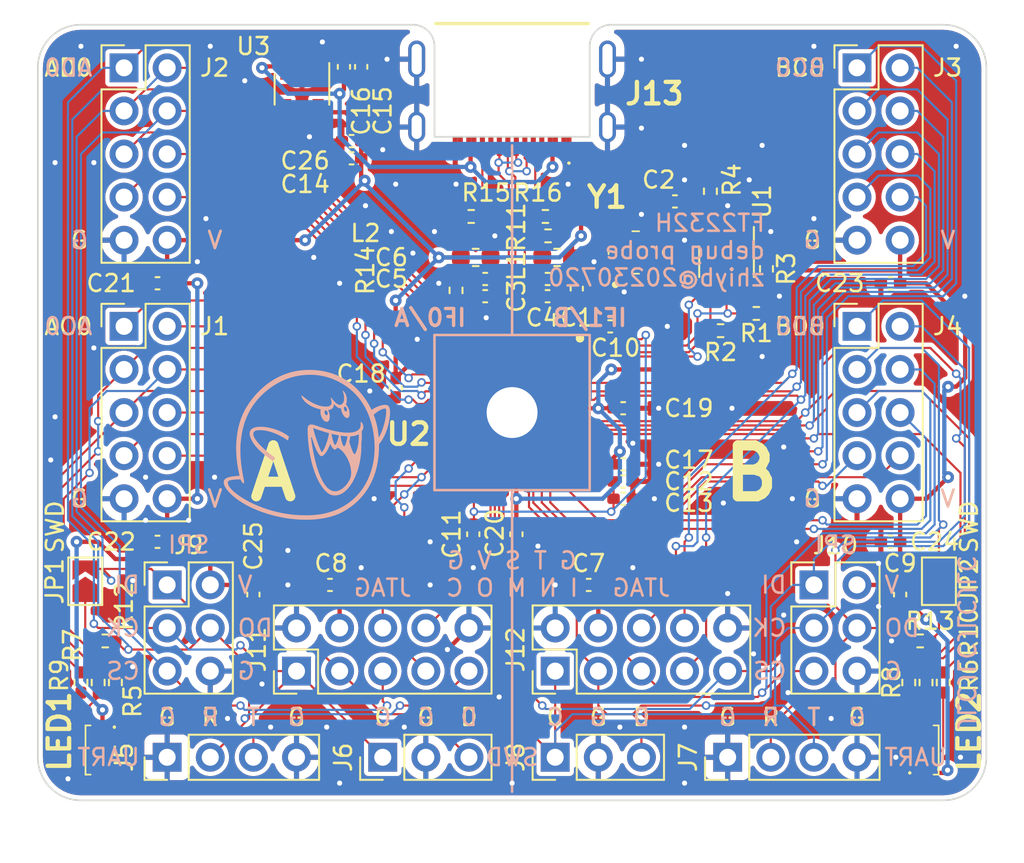
<source format=kicad_pcb>
(kicad_pcb (version 20221018) (generator pcbnew)
  (layers (0 "F.Cu" signal) (31 "B.Cu" signal) (34 "B.Paste" user) (35 "F.Paste" user) (36 "B.SilkS" user "B.Silkscreen") (37 "F.SilkS" user "F.Silkscreen") (38 "B.Mask" user) (39 "F.Mask" user) (44 "Edge.Cuts" user))
  (net 0 "")
  (net 1 "+5V")
  (net 2 "BC0")
  (net 3 "BC1")
  (net 4 "BC2")
  (net 5 "BC3")
  (net 6 "BC4")
  (net 7 "BC5")
  (net 8 "BC6")
  (net 9 "BC7")
  (net 10 "AC0")
  (net 11 "AC1")
  (net 12 "AC2")
  (net 13 "AC3")
  (net 14 "AC4")
  (net 15 "AC5")
  (net 16 "AC6")
  (net 17 "AC7")
  (net 18 "AD0")
  (net 19 "AD1")
  (net 20 "AD2")
  (net 21 "AD3")
  (net 22 "AD4")
  (net 23 "AD5")
  (net 24 "AD6")
  (net 25 "AD7")
  (net 26 "BD0")
  (net 27 "BD1")
  (net 28 "BD2")
  (net 29 "BD3")
  (net 30 "BD4")
  (net 31 "BD5")
  (net 32 "BD6")
  (net 33 "BD7")
  (net 34 "GND")
  (net 35 "DP")
  (net 36 "+3V3")
  (net 37 "+1V8")
  (net 38 "Net-(U2-VPHY)")
  (net 39 "Net-(U2-OSCO)")
  (net 40 "Net-(U2-VPLL)")
  (net 41 "Net-(U2-OSCI)")
  (net 42 "Net-(U1-CS)")
  (net 43 "Net-(U2-REF)")
  (net 44 "Net-(U2-RESET#)")
  (net 45 "Net-(U1-DI)")
  (net 46 "Net-(U1-DO)")
  (net 47 "Net-(U1-CLK)")
  (net 51 "Net-(LED1-K_GREEN)")
  (net 52 "Net-(LED1-K_BLUE)")
  (net 53 "Net-(LED1-K_RED)")
  (net 54 "Net-(JP1-A)")
  (net 55 "Net-(JP2-A)")
  (net 56 "Net-(LED2-K_GREEN)")
  (net 57 "Net-(LED2-K_BLUE)")
  (net 58 "Net-(LED2-K_RED)")
  (net 59 "Net-(J13-CC1)")
  (net 61 "Net-(J13-CC2)")
  (net 63 "DN")
  (footprint "Capacitor_SMD:C_0402_1005Metric_Pad0.74x0.62mm_HandSolder" (layer "F.Cu") (at 149.2925 89.154 180)
    (fp_text reference "C2")
    (fp_text value "4p")
  )
  (footprint "Capacitor_SMD:C_0402_1005Metric_Pad0.74x0.62mm_HandSolder" (layer "F.Cu") (at 162.56 112.3275 -90)
    (fp_text reference "C9")
    (fp_text value "100n")
  )
  (footprint "Resistor_SMD:R_0402_1005Metric_Pad0.72x0.64mm_HandSolder" (layer "F.Cu") (at 141.6625 90.042 180)
    (fp_text reference "R16")
    (fp_text value "5k1")
  )
  (footprint "Connector_PinHeader_2.54mm:PinHeader_2x05_P2.54mm_Vertical" (layer "F.Cu") (at 142.24 116.84 90)
    (fp_text reference "J12")
    (fp_text value "Conn_02x05_Odd_Even")
  )
  (footprint "Capacitor_SMD:C_0402_1005Metric_Pad0.74x0.62mm_HandSolder" (layer "F.Cu") (at 128.9725 111.76 180)
    (fp_text reference "C8")
    (fp_text value "100n")
  )
  (footprint "Capacitor_SMD:C_0402_1005Metric_Pad0.74x0.62mm_HandSolder" (layer "F.Cu") (at 138.1165 94.742 180)
    (fp_text reference "C5")
    (fp_text value "4u7")
  )
  (footprint "Resistor_SMD:R_0402_1005Metric_Pad0.72x0.64mm_HandSolder" (layer "F.Cu") (at 163.068 117.5125 -90)
    (fp_text reference "R8")
    (fp_text value "330R")
  )
  (footprint "Inductor_SMD:L_0603_1608Metric_Pad1.05x0.95mm_HandSolder" (layer "F.Cu") (at 142.353 92.456 180)
    (fp_text reference "L1")
    (fp_text value "L")
  )
  (footprint "Resistor_SMD:R_0402_1005Metric_Pad0.72x0.64mm_HandSolder" (layer "F.Cu") (at 141.8215 91.186 180)
    (fp_text reference "R11")
    (fp_text value "12k")
  )
  (footprint "Connector_PinHeader_2.54mm:PinHeader_2x05_P2.54mm_Vertical" (layer "F.Cu") (at 160.02 81.28)
    (fp_text reference "J3")
    (fp_text value "Conn_02x05_Odd_Even")
  )
  (footprint "Capacitor_SMD:C_0402_1005Metric_Pad0.74x0.62mm_HandSolder" (layer "F.Cu") (at 138.1165 93.726 180)
    (fp_text reference "C6")
    (fp_text value "100n")
  )
  (footprint "Resistor_SMD:R_0402_1005Metric_Pad0.72x0.64mm_HandSolder" (layer "F.Cu") (at 115.316 117.5125 -90)
    (fp_text reference "R7")
    (fp_text value "330R")
  )
  (footprint "Capacitor_SMD:C_0402_1005Metric_Pad0.74x0.62mm_HandSolder" (layer "F.Cu") (at 130.81 81.2205 90)
    (fp_text reference "C15")
    (fp_text value "100n")
  )
  (footprint "Connector_PinHeader_2.54mm:PinHeader_1x04_P2.54mm_Vertical" (layer "F.Cu") (at 119.38 121.92 90)
    (fp_text reference "J5")
    (fp_text value "Conn_01x04_Pin")
  )
  (footprint "Connector_PinHeader_2.54mm:PinHeader_2x05_P2.54mm_Vertical" (layer "F.Cu") (at 127 116.84 90)
    (fp_text reference locked "J11")
    (fp_text value "Conn_02x05_Odd_Even")
  )
  (footprint "Inductor_SMD:L_0603_1608Metric_Pad1.05x0.95mm_HandSolder" (layer "F.Cu") (at 137.555 92.456)
    (fp_text reference "L2")
    (fp_text value "L")
  )
  (footprint "Capacitor_SMD:C_0402_1005Metric_Pad0.74x0.62mm_HandSolder" (layer "F.Cu") (at 137.414 108.7715 -90)
    (fp_text reference "C11")
    (fp_text value "100n")
  )
  (footprint "Connector_PinHeader_2.54mm:PinHeader_2x03_P2.54mm_Vertical" (layer "F.Cu") (at 157.48 111.76)
    (fp_text reference "J10")
    (fp_text value "Conn_02x03_Odd_Even")
  )
  (footprint "Capacitor_SMD:C_0402_1005Metric_Pad0.74x0.62mm_HandSolder" (layer "F.Cu") (at 161.9925 109.22 180)
    (fp_text reference "C24")
    (fp_text value "100n")
  )
  (footprint "Capacitor_SMD:C_0402_1005Metric_Pad0.74x0.62mm_HandSolder" (layer "F.Cu") (at 139.954 108.7715 -90)
    (fp_text reference "C20")
    (fp_text value "100n")
  )
  (footprint "Connector_PinHeader_2.54mm:PinHeader_1x04_P2.54mm_Vertical" (layer "F.Cu") (at 152.4 121.92 90)
    (fp_text reference "J7")
    (fp_text value "Conn_01x04_Pin")
  )
  (footprint "Capacitor_SMD:C_0402_1005Metric_Pad0.74x0.62mm_HandSolder" (layer "F.Cu") (at 146.2445 101.346)
    (fp_text reference "C19")
    (fp_text value "100n")
  )
  (footprint "Capacitor_SMD:C_0402_1005Metric_Pad0.74x0.62mm_HandSolder" (layer "F.Cu") (at 145.4825 96.52)
    (fp_text reference "C10")
    (fp_text value "100n")
  )
  (footprint "Capacitor_SMD:C_0402_1005Metric_Pad0.74x0.62mm_HandSolder" (layer "F.Cu") (at 118.8125 109.22 180)
    (fp_text reference "C22")
    (fp_text value "100n")
  )
  (footprint "Capacitor_SMD:C_0402_1005Metric_Pad0.74x0.62mm_HandSolder" (layer "F.Cu") (at 143.51 94.2935 90)
    (fp_text reference "C1")
    (fp_text value "4p")
  )
  (footprint "Library:ABM8W480000MHZ6D1XT3" (layer "F.Cu") (at 146.982 92.476)
    (fp_text reference "Y1")
    (fp_text value "ABM8W-12.0000MHZ-4-D1X-T3" hide)
  )
  (footprint "Capacitor_SMD:C_0402_1005Metric_Pad0.74x0.62mm_HandSolder" (layer "F.Cu") (at 144.2125 111.76 180)
    (fp_text reference "C7")
    (fp_text value "100n")
  )
  (footprint "Library:MSL0601RGBU1" (layer "F.Cu") (at 163.83 121.492 -90)
    (fp_text reference "LED2")
    (fp_text value "MSL0601RGBU1" hide)
  )
  (footprint "Capacitor_SMD:C_0402_1005Metric_Pad0.74x0.62mm_HandSolder" (layer "F.Cu") (at 141.7915 93.726)
    (fp_text reference "C3")
    (fp_text value "4u7")
  )
  (footprint "Capacitor_SMD:C_0402_1005Metric_Pad0.74x0.62mm_HandSolder" (layer "F.Cu") (at 132.842 100.1355 -90)
    (fp_text reference "C18")
    (fp_text value "100n")
  )
  (footprint "Resistor_SMD:R_0402_1005Metric_Pad0.72x0.64mm_HandSolder" (layer "F.Cu") (at 154.0885 95.758 180)
    (fp_text reference "R1")
    (fp_text value "10k")
  )
  (footprint "Connector_PinHeader_2.54mm:PinHeader_1x03_P2.54mm_Vertical" (layer "F.Cu") (at 132.08 121.92 90)
    (fp_text reference "J6")
    (fp_text value "Conn_01x03_Pin")
  )
  (footprint "Package_TO_SOT_SMD:SOT-23-5_HandSoldering" (layer "F.Cu") (at 127.32 82.55 -90)
    (fp_text reference "U3")
    (fp_text value "AP2112K-3.3")
  )
  (footprint "Capacitor_SMD:C_0402_1005Metric_Pad0.74x0.62mm_HandSolder" (layer "F.Cu") (at 146.2445 106.68)
    (fp_text reference "C13")
    (fp_text value "4u7")
  )
  (footprint "Connector_PinHeader_2.54mm:PinHeader_2x03_P2.54mm_Vertical" (layer "F.Cu") (at 119.38 111.76)
    (fp_text reference "J9")
    (fp_text value "Conn_02x03_Odd_Even")
  )
  (footprint "Capacitor_SMD:C_0402_1005Metric_Pad0.74x0.62mm_HandSolder" (layer "F.Cu") (at 130.2425 86.614 180)
    (fp_text reference "C14")
    (fp_text value "100n")
  )
  (footprint "Capacitor_SMD:C_0402_1005Metric_Pad0.74x0.62mm_HandSolder" (layer "F.Cu") (at 130.2425 85.598 180)
    (fp_text reference "C26")
    (fp_text value "4u7")
  )
  (footprint "Jumper:SolderJumper-2_P1.3mm_Open_TrianglePad1.0x1.5mm" (layer "F.Cu") (at 164.846 111.543 90)
    (fp_text reference "JP2")
    (fp_text value "SolderJumper_2_Open")
  )
  (footprint "Capacitor_SMD:C_0402_1005Metric_Pad0.74x0.62mm_HandSolder" (layer "F.Cu") (at 146.2445 105.664)
    (fp_text reference "C12")
    (fp_text value "100n")
  )
  (footprint "Package_TO_SOT_SMD:SOT-23-6_Handsoldering" (layer "F.Cu") (at 152.334 92.71 -90)
    (fp_text reference "U1")
    (fp_text value "93LCxxBxxOT")
  )
  (footprint "Connector_PinHeader_2.54mm:PinHeader_1x03_P2.54mm_Vertical" (layer "F.Cu") (at 142.24 121.92 90)
    (fp_text reference locked "J8")
    (fp_text value "Conn_01x03_Pin")
  )
  (footprint "Library:QFN50P800X800X100-57N-D" (layer "F.Cu") (at 139.7 101.6 -90)
    (fp_text reference "U2")
    (fp_text value "FT2232H-56Q-TRAY" hide)
  )
  (footprint "Resistor_SMD:R_0402_1005Metric_Pad0.72x0.64mm_HandSolder" (layer "F.Cu") (at 163.7405 115.062)
    (fp_text reference "R13")
    (fp_text value "330R")
  )
  (footprint "Resistor_SMD:R_0402_1005Metric_Pad0.72x0.64mm_HandSolder" (layer "F.Cu") (at 115.7345 115.062 180)
    (fp_text reference "R12")
    (fp_text value "330R")
  )
  (footprint "Resistor_SMD:R_0402_1005Metric_Pad0.72x0.64mm_HandSolder" (layer "F.Cu") (at 165.1 117.5125 -90)
    (fp_text reference "R6")
    (fp_text value "330R")
  )
  (footprint "Library:MSL0601RGBU1" (layer "F.Cu") (at 115.57 121.492 90)
    (fp_text reference "LED1")
    (fp_text value "MSL0601RGBU1" hide)
  )
  (footprint "Connector_PinHeader_2.54mm:PinHeader_2x05_P2.54mm_Vertical" (layer "F.Cu") (at 116.84 96.52)
    (fp_text reference "J1")
    (fp_text value "Conn_02x05_Odd_Even")
  )
  (footprint "Library:2169900001" (layer "F.Cu") (at 139.7 82.296 180)
    (fp_text reference "J13")
    (fp_text value "216990-0001" hide)
  )
  (footprint "Jumper:SolderJumper-2_P1.3mm_Open_TrianglePad1.0x1.5mm" (layer "F.Cu") (at 114.554 111.543 90)
    (fp_text reference "JP1")
    (fp_text value "SolderJumper_2_Open")
  )
  (footprint "Resistor_SMD:R_0402_1005Metric_Pad0.72x0.64mm_HandSolder" (layer "F.Cu") (at 114.3 117.5125 -90)
    (fp_text reference "R9")
    (fp_text value "330R")
  )
  (footprint "Resistor_SMD:R_0402_1005Metric_Pad0.72x0.64mm_HandSolder" (layer "F.Cu") (at 116.332 117.5125 -90)
    (fp_text reference "R5")
    (fp_text value "330R")
  )
  (footprint "Resistor_SMD:R_0402_1005Metric_Pad0.72x0.64mm_HandSolder" (layer "F.Cu") (at 151.384 88.5565 -90)
    (fp_text reference "R4")
    (fp_text value "2k2")
  )
  (footprint "Capacitor_SMD:C_0402_1005Metric_Pad0.74x0.62mm_HandSolder" (layer "F.Cu") (at 146.2445 104.648)
    (fp_text reference "C17")
    (fp_text value "100n")
  )
  (footprint "Capacitor_SMD:C_0402_1005Metric_Pad0.74x0.62mm_HandSolder" (layer "F.Cu") (at 118.8125 93.98 180)
    (fp_text reference "C21")
    (fp_text value "100n")
  )
  (footprint "Connector_PinHeader_2.54mm:PinHeader_2x05_P2.54mm_Vertical" (layer "F.Cu") (at 160.02 96.52)
    (fp_text reference "J4")
    (fp_text value "Conn_02x05_Odd_Even")
  )
  (footprint "Resistor_SMD:R_0402_1005Metric_Pad0.72x0.64mm_HandSolder" (layer "F.Cu") (at 136.398 94.3985 -90)
    (fp_text reference "R14")
    (fp_text value "2k2")
  )
  (footprint "Resistor_SMD:R_0402_1005Metric_Pad0.72x0.64mm_HandSolder" (layer "F.Cu") (at 154.686 93.1285 -90)
    (fp_text reference "R3")
    (fp_text value "10k")
  )
  (footprint "Capacitor_SMD:C_0402_1005Metric_Pad0.74x0.62mm_HandSolder" (layer "F.Cu") (at 124.46 112.3275 -90)
    (fp_text reference "C25")
    (fp_text value "100n")
  )
  (footprint "Capacitor_SMD:C_0402_1005Metric_Pad0.74x0.62mm_HandSolder" (layer "F.Cu") (at 161.9925 93.98 180)
    (fp_text reference "C23")
    (fp_text value "100n")
  )
  (footprint "Capacitor_SMD:C_0402_1005Metric_Pad0.74x0.62mm_HandSolder" (layer "F.Cu") (at 129.794 81.2205 90)
    (fp_text reference "C16")
    (fp_text value "4u7")
  )
  (footprint "Capacitor_SMD:C_0402_1005Metric_Pad0.74x0.62mm_HandSolder" (layer "F.Cu") (at 141.7915 94.742)
    (fp_text reference "C4")
    (fp_text value "100n")
  )
  (footprint "Connector_PinHeader_2.54mm:PinHeader_2x05_P2.54mm_Vertical" (layer "F.Cu") (at 116.84 81.28)
    (fp_text reference "J2")
    (fp_text value "Conn_02x05_Odd_Even")
  )
  (footprint "Resistor_SMD:R_0402_1005Metric_Pad0.72x0.64mm_HandSolder" (layer "F.Cu") (at 137.2925 90.042 180)
    (fp_text reference "R15")
    (fp_text value "5k1")
  )
  (footprint "Resistor_SMD:R_0402_1005Metric_Pad0.72x0.64mm_HandSolder" (layer "F.Cu") (at 164.084 117.5125 -90)
    (fp_text reference "R10")
    (fp_text value "330R")
  )
  (footprint "Resistor_SMD:R_0402_1005Metric_Pad0.72x0.64mm_HandSolder" (layer "F.Cu") (at 151.9815 96.774)
    (fp_text reference "R2")
    (fp_text value "10k")
  )
  (footprint "LOGO" (layer "B.Cu") (at 127.588485 103.484594 180)
    (fp_text reference "" hide)
    (fp_text value "LOGO" hide)
  )
  (footprint "LOGO" (layer "B.Cu") (at 127.588485 103.484594 180)
    (fp_text reference "" hide)
    (fp_text value "LOGO" hide)
  )
  (gr_line (start 144.272 106.172) (end 144.272 97.028) (stroke (width 0.15)) (layer "B.SilkS"))
  (gr_line (start 139.7 106.172) (end 139.7 123.952) (stroke (width 0.15)) (layer "B.SilkS"))
  (gr_line (start 135.128 97.028) (end 135.128 106.172) (stroke (width 0.15)) (layer "B.SilkS"))
  (gr_line (start 144.272 97.028) (end 135.128 97.028) (stroke (width 0.15)) (layer "B.SilkS"))
  (gr_line (start 135.128 106.172) (end 144.272 106.172) (stroke (width 0.15)) (layer "B.SilkS"))
  (gr_line (start 139.7 85.852) (end 139.7 97.028) (stroke (width 0.15)) (layer "B.SilkS"))
  (gr_line (start 135.128 85.344) (end 144.272 85.344) (stroke (width 0.1)) (layer "Edge.Cuts"))
  (gr_line (start 145.542 78.74) (end 165.1 78.74) (stroke (width 0.1)) (layer "Edge.Cuts"))
  (gr_line (start 111.76 121.92) (end 111.76 81.28) (stroke (width 0.1)) (layer "Edge.Cuts"))
  (gr_arc (start 111.76 81.28) (mid 112.503949 79.483949) (end 114.3 78.74) (stroke (width 0.1)) (layer "Edge.Cuts"))
  (gr_line (start 144.272 85.344) (end 144.272 80.01) (stroke (width 0.1)) (layer "Edge.Cuts"))
  (gr_arc (start 165.1 78.74) (mid 166.896051 79.483949) (end 167.64 81.28) (stroke (width 0.1)) (layer "Edge.Cuts"))
  (gr_arc (start 133.858 78.74) (mid 134.756026 79.111974) (end 135.128 80.01) (stroke (width 0.1)) (layer "Edge.Cuts"))
  (gr_line (start 165.1 124.46) (end 114.3 124.46) (stroke (width 0.1)) (layer "Edge.Cuts"))
  (gr_line (start 167.64 81.28) (end 167.64 121.92) (stroke (width 0.1)) (layer "Edge.Cuts"))
  (gr_arc (start 167.64 121.92) (mid 166.896051 123.716051) (end 165.1 124.46) (stroke (width 0.1)) (layer "Edge.Cuts"))
  (gr_line (start 135.128 80.01) (end 135.128 85.344) (stroke (width 0.1)) (layer "Edge.Cuts"))
  (gr_line (start 133.858 78.74) (end 114.3 78.74) (stroke (width 0.1)) (layer "Edge.Cuts"))
  (gr_arc (start 114.3 124.46) (mid 112.503949 123.716051) (end 111.76 121.92) (stroke (width 0.1)) (layer "Edge.Cuts"))
  (gr_arc (start 144.272 80.01) (mid 144.643974 79.111974) (end 145.542 78.74) (stroke (width 0.1)) (layer "Edge.Cuts"))
  (gr_text "CS" (at 155.956 116.84) (layer "B.SilkS") (effects (font (size 1 1)) (justify left mirror)))
  (gr_text "C" (at 132.08 120.142) (layer "B.SilkS") (effects (font (size 1 1)) (justify bottom mirror)))
  (gr_text "C" (at 142.24 120.142) (layer "B.SilkS") (effects (font (size 1 1)) (justify bottom mirror)))
  (gr_text "UART" (at 117.856 121.92) (layer "B.SilkS") (effects (font (size 1 1)) (justify left mirror)))
  (gr_text "V" (at 121.666 91.44) (layer "B.SilkS") (effects (font (size 1 1)) (justify right mirror)))
  (gr_text "SWD" (at 139.7 121.92) (layer "B.SilkS") (effects (font (size 1 1)) (justify mirror)))
  (gr_text "G" (at 152.4 120.142) (layer "B.SilkS") (effects (font (size 1 1)) (justify bottom mirror)))
  (gr_text "G" (at 161.544 116.84) (layer "B.SilkS") (effects (font (size 1 1)) (justify right mirror)))
  (gr_text "DI" (at 117.856 111.76) (layer "B.SilkS") (effects (font (size 1 1)) (justify left mirror)))
  (gr_text "G" (at 114.808 106.68) (layer "B.SilkS") (effects (font (size 1 1)) (justify left mirror)))
  (gr_text "UART" (at 161.544 121.92) (layer "B.SilkS") (effects (font (size 1 1)) (justify right mirror)))
  (gr_text "V" (at 161.544 111.76) (layer "B.SilkS") (effects (font (size 1 1)) (justify right mirror)))
  (gr_text "DO" (at 161.544 114.3) (layer "B.SilkS") (effects (font (size 1 1)) (justify right mirror)))
  (gr_text "BD0" (at 158.242 96.52) (layer "B.SilkS") (effects (font (size 1 1)) (justify left mirror)))
  (gr_text "IF0/A" (at 134.874 96.012) (layer "B.SilkS") (effects (font (size 1 1) (thickness 0.2) bold) (justify mirror)))
  (gr_text "V" (at 164.846 91.44) (layer "B.SilkS") (effects (font (size 1 1)) (justify right mirror)))
  (gr_text "V" (at 164.846 106.68) (layer "B.SilkS") (effects (font (size 1 1)) (justify right mirror)))
  (gr_text "CS" (at 117.856 116.84) (layer "B.SilkS") (effects (font (size 1 1)) (justify left mirror)))
  (gr_text "DI" (at 155.956 111.76) (layer "B.SilkS") (effects (font (size 1 1)) (justify left mirror)))
  (gr_text "G" (at 144.78 120.142) (layer "B.SilkS") (effects (font (size 1 1)) (justify bottom mirror)))
  (gr_text "G" (at 114.808 91.44) (layer "B.SilkS") (effects (font (size 1 1)) (justify left mirror)))
  (gr_text "G" (at 127 120.142) (layer "B.SilkS") (effects (font (size 1 1)) (justify bottom mirror)))
  (gr_text "G T S V G\nI N M O C" (at 139.7 112.522) (layer "B.SilkS") (effects (font (size 1 1)) (justify bottom mirror)))
  (gr_text "T" (at 124.46 120.142) (layer "B.SilkS") (effects (font (size 1 1)) (justify bottom mirror)))
  (gr_text "G" (at 157.988 91.44) (layer "B.SilkS") (effects (font (size 1 1)) (justify left mirror)))
  (gr_text "R" (at 121.92 120.142) (layer "B.SilkS") (effects (font (size 1 1)) (justify bottom mirror)))
  (gr_text "SPI" (at 120.65 109.982) (layer "B.SilkS") (effects (font (size 1 1)) (justify bottom mirror)))
  (gr_text "JTAG" (at 147.32 112.522) (layer "B.SilkS") (effects (font (size 1 1)) (justify bottom mirror)))
  (gr_text "G" (at 123.444 116.84) (layer "B.SilkS") (effects (font (size 1 1)) (justify right mirror)))
  (gr_text "AD0" (at 115.062 81.28) (layer "B.SilkS") (effects (font (size 1 1)) (justify left mirror)))
  (gr_text "CK" (at 117.856 114.3) (layer "B.SilkS") (effects (font (size 1 1)) (justify left mirror)))
  (gr_text "FT2232H\ndebug probe\nzhiyb@20230720" (at 154.686 94.234) (layer "B.SilkS") (effects (font (size 1 1)) (justify left bottom mirror)))
  (gr_text "DO" (at 123.444 114.3) (layer "B.SilkS") (effects (font (size 1 1)) (justify right mirror)))
  (gr_text "BC0" (at 158.242 81.28) (layer "B.SilkS") (effects (font (size 1 1)) (justify left mirror)))
  (gr_text "G" (at 157.988 106.68) (layer "B.SilkS") (effects (font (size 1 1)) (justify left mirror)))
  (gr_text "T" (at 157.48 120.142) (layer "B.SilkS") (effects (font (size 1 1)) (justify bottom mirror)))
  (gr_text "JLCJLCJLCJLC" (at 165.862 120.396 -90) (layer "B.SilkS") (effects (font (size 1 1)) (justify left bottom mirror)))
  (gr_text "CK" (at 155.956 114.3) (layer "B.SilkS") (effects (font (size 1 1)) (justify left mirror)))
  (gr_text "V" (at 121.666 106.68) (layer "B.SilkS") (effects (font (size 1 1)) (justify right mirror)))
  (gr_text "SPI" (at 158.75 109.982) (layer "B.SilkS") (effects (font (size 1 1)) (justify bottom mirror)))
  (gr_text "G" (at 160.02 120.142) (layer "B.SilkS") (effects (font (size 1 1)) (justify bottom mirror)))
  (gr_text "G" (at 134.62 120.142) (layer "B.SilkS") (effects (font (size 1 1)) (justify bottom mirror)))
  (gr_text "D" (at 137.16 120.142) (layer "B.SilkS") (effects (font (size 1 1)) (justify bottom mirror)))
  (gr_text "D" (at 147.32 120.142) (layer "B.SilkS") (effects (font (size 1 1)) (justify bottom mirror)))
  (gr_text "JTAG" (at 132.08 112.522) (layer "B.SilkS") (effects (font (size 1 1)) (justify bottom mirror)))
  (gr_text "IF1/B" (at 144.272 96.012) (layer "B.SilkS") (effects (font (size 1 1) (thickness 0.2) bold) (justify mirror)))
  (gr_text "AC0" (at 115.062 96.52) (layer "B.SilkS") (effects (font (size 1 1)) (justify left mirror)))
  (gr_text "G" (at 119.38 120.142) (layer "B.SilkS") (effects (font (size 1 1)) (justify bottom mirror)))
  (gr_text "V" (at 123.444 111.76) (layer "B.SilkS") (effects (font (size 1 1)) (justify right mirror)))
  (gr_text "R" (at 154.94 120.142) (layer "B.SilkS") (effects (font (size 1 1)) (justify bottom mirror)))
  (gr_text "G" (at 160.02 120.142) (layer "F.SilkS") (effects (font (size 1 1)) (justify bottom)))
  (gr_text "R" (at 154.94 120.142) (layer "F.SilkS") (effects (font (size 1 1)) (justify bottom)))
  (gr_text "V" (at 164.846 91.44) (layer "F.SilkS") (effects (font (size 1 1)) (justify left)))
  (gr_text "SWD" (at 112.776 109.982 90) (layer "F.SilkS") (effects (font (size 1 1)) (justify left)))
  (gr_text "G" (at 152.4 120.142) (layer "F.SilkS") (effects (font (size 1 1)) (justify bottom)))
  (gr_text "B" (at 151.892 106.934) (layer "F.SilkS") (effects (font (size 3 3) (thickness 0.6) bold) (justify left bottom)))
  (gr_text "SWD" (at 166.624 109.982 90) (layer "F.SilkS") (effects (font (size 1 1)) (justify left)))
  (gr_text "A" (at 123.952 106.934) (layer "F.SilkS") (effects (font (size 3 3) (thickness 0.6) bold) (justify left bottom)))
  (gr_text "AC0" (at 115.062 96.52) (layer "F.SilkS") (effects (font (size 1 1)) (justify right)))
  (gr_text "G" (at 134.62 120.142) (layer "F.SilkS") (effects (font (size 1 1)) (justify bottom)))
  (gr_text "G" (at 127 120.142) (layer "F.SilkS") (effects (font (size 1 1)) (justify bottom)))
  (gr_text "T" (at 124.46 120.142) (layer "F.SilkS") (effects (font (size 1 1)) (justify bottom)))
  (gr_text "G" (at 114.808 106.68) (layer "F.SilkS") (effects (font (size 1 1)) (justify right)))
  (gr_text "T" (at 157.48 120.142) (layer "F.SilkS") (effects (font (size 1 1)) (justify bottom)))
  (gr_text "V" (at 164.846 106.68) (layer "F.SilkS") (effects (font (size 1 1)) (justify left)))
  (gr_text "R" (at 121.92 120.142) (layer "F.SilkS") (effects (font (size 1 1)) (justify bottom)))
  (gr_text "AD0" (at 115.062 81.28) (layer "F.SilkS") (effects (font (size 1 1)) (justify right)))
  (gr_text "G" (at 114.808 91.44) (layer "F.SilkS") (effects (font (size 1 1)) (justify right)))
  (gr_text "V" (at 121.666 91.44) (layer "F.SilkS") (effects (font (size 1 1)) (justify left)))
  (gr_text "C" (at 142.24 120.142) (layer "F.SilkS") (effects (font (size 1 1)) (justify bottom)))
  (gr_text "BC0" (at 158.242 81.28) (layer "F.SilkS") (effects (font (size 1 1)) (justify right)))
  (gr_text "G" (at 157.988 106.68) (layer "F.SilkS") (effects (font (size 1 1)) (justify right)))
  (gr_text "C" (at 132.08 120.142) (layer "F.SilkS") (effects (font (size 1 1)) (justify bottom)))
  (gr_text "V" (at 121.666 106.68) (layer "F.SilkS") (effects (font (size 1 1)) (justify left)))
  (gr_text "G" (at 157.988 91.44) (layer "F.SilkS") (effects (font (size 1 1)) (justify right)))
  (gr_text "G" (at 119.38 120.142) (layer "F.SilkS") (effects (font (size 1 1)) (justify bottom)))
  (gr_text "D" (at 147.32 120.142) (layer "F.SilkS") (effects (font (size 1 1)) (justify bottom)))
  (gr_text "BD0" (at 158.242 96.52) (layer "F.SilkS") (effects (font (size 1 1)) (justify right)))
  (gr_text "D" (at 137.16 120.142) (layer "F.SilkS") (effects (font (size 1 1)) (justify bottom)))
  (gr_text "G" (at 144.78 120.142) (layer "F.SilkS") (effects (font (size 1 1)) (justify bottom)))
  (segment (start 128.858 81.788) (end 129.794 81.788) (width 0.254) (layer "F.Cu") (net 1))
  (segment (start 129.54 82.804) (end 129.794 82.55) (width 0.254) (layer "F.Cu") (net 1))
  (segment (start 128.27 81.2) (end 128.858 81.788) (width 0.254) (layer "F.Cu") (net 1))
  (segment (start 125.048 81.2) (end 124.968 81.28) (width 0.254) (layer "F.Cu") (net 1))
  (segment (start 129.794 81.788) (end 130.81 81.788) (width 0.254) (layer "F.Cu") (net 1))
  (segment (start 142.081 86.052) (end 142.081 87.121) (width 0.254) (layer "F.Cu") (net 1))
  (segment (start 129.794 82.55) (end 129.794 81.788) (width 0.254) (layer "F.Cu") (net 1))
  (segment (start 137.255 86.026) (end 137.15 85.921) (width 0.254) (layer "F.Cu") (net 1))
  (segment (start 141.95 85.921) (end 142.081 86.052) (width 0.254) (layer "F.Cu") (net 1))
  (segment (start 126.37 81.2) (end 125.048 81.2) (width 0.254) (layer "F.Cu") (net 1))
  (segment (start 137.255 87.121) (end 137.255 86.026) (width 0.254) (layer "F.Cu") (net 1))
  (via (at 142.081 87.121) (size 0.7) (drill 0.3) (layers "F.Cu" "B.Cu") (net 1))
  (via (at 124.968 81.28) (size 0.7) (drill 0.3) (layers "F.Cu" "B.Cu") (net 1))
  (via (at 137.255 87.121) (size 0.7) (drill 0.3) (layers "F.Cu" "B.Cu") (net 1))
  (via (at 129.54 82.804) (size 0.7) (drill 0.3) (layers "F.Cu" "B.Cu") (net 1))
  (segment (start 129.54 85.344) (end 129.54 82.804) (width 0.254) (layer "B.Cu") (net 1))
  (segment (start 131.318 87.122) (end 129.54 85.344) (width 0.254) (layer "B.Cu") (net 1))
  (segment (start 138.144 88.01) (end 137.255 87.121) (width 0.254) (layer "B.Cu") (net 1))
  (segment (start 126.492 82.804) (end 129.54 82.804) (width 0.254) (layer "B.Cu") (net 1))
  (segment (start 124.968 81.28) (end 126.492 82.804) (width 0.254) (layer "B.Cu") (net 1))
  (segment (start 142.081 87.121) (end 141.192 88.01) (width 0.254) (layer "B.Cu") (net 1))
  (segment (start 137.255 87.121) (end 137.254 87.122) (width 0.254) (layer "B.Cu") (net 1))
  (segment (start 137.254 87.122) (end 131.318 87.122) (width 0.254) (layer "B.Cu") (net 1))
  (segment (start 141.192 88.01) (end 138.144 88.01) (width 0.254) (layer "B.Cu") (net 1))
  (segment (start 144.78 107.95) (end 147.828 107.95) (width 0.127) (layer "F.Cu") (net 2))
  (segment (start 151.13 104.648) (end 157.988 104.648) (width 0.127) (layer "F.Cu") (net 2))
  (segment (start 142.95 106.12) (end 144.78 107.95) (width 0.127) (layer "F.Cu") (net 2))
  (segment (start 147.828 107.95) (end 151.13 104.648) (width 0.127) (layer "F.Cu") (net 2))
  (segment (start 142.95 105.55) (end 142.95 106.12) (width 0.127) (layer "F.Cu") (net 2))
  (via (at 157.988 104.648) (size 0.5) (drill 0.3) (layers "F.Cu" "B.Cu") (net 2))
  (segment (start 158.242 96.012) (end 158.242 99.314) (width 0.127) (layer "B.Cu") (net 2))
  (segment (start 163.83 80.01) (end 165.862 82.042) (width 0.127) (layer "B.Cu") (net 2))
  (segment (start 165.862 93.98) (end 165.1 94.742) (width 0.127) (layer "B.Cu") (net 2))
  (segment (start 158.75 95.504) (end 158.242 96.012) (width 0.127) (layer "B.Cu") (net 2))
  (segment (start 160.782 94.742) (end 159.512 94.742) (width 0.127) (layer "B.Cu") (net 2))
  (segment (start 160.02 81.28) (end 161.29 80.01) (width 0.127) (layer "B.Cu") (net 2))
  (segment (start 161.29 80.01) (end 163.83 80.01) (width 0.127) (layer "B.Cu") (net 2))
  (segment (start 159.512 94.742) (end 158.75 95.504) (width 0.127) (layer "B.Cu") (net 2))
  (segment (start 165.1 94.742) (end 160.782 94.742) (width 0.127) (layer "B.Cu") (net 2))
  (segment (start 165.862 82.042) (end 165.862 93.98) (width 0.127) (layer "B.Cu") (net 2))
  (segment (start 158.242 104.394) (end 157.988 104.648) (width 0.127) (layer "B.Cu") (net 2))
  (segment (start 158.242 99.314) (end 158.242 104.394) (width 0.127) (layer "B.Cu") (net 2))
  (segment (start 145.288 102.87) (end 156.21 102.87) (width 0.127) (layer "F.Cu") (net 3))
  (segment (start 144.808 103.35) (end 145.288 102.87) (width 0.127) (layer "F.Cu") (net 3))
  (segment (start 156.21 102.87) (end 157.226 103.886) (width 0.127) (layer "F.Cu") (net 3))
  (segment (start 157.226 103.886) (end 157.734 103.886) (width 0.127) (layer "F.Cu") (net 3))
  (segment (start 143.65 103.35) (end 144.808 103.35) (width 0.127) (layer "F.Cu") (net 3))
  (via (at 157.734 103.886) (size 0.5) (drill 0.3) (layers "F.Cu" "B.Cu") (net 3))
  (segment (start 157.988 99.314) (end 157.988 103.632) (width 0.127) (layer "B.Cu") (net 3))
  (segment (start 163.576 81.28) (end 165.608 83.312) (width 0.127) (layer "B.Cu") (net 3))
  (segment (start 162.56 81.28) (end 163.576 81.28) (width 0.127) (layer "B.Cu") (net 3))
  (segment (start 165.608 93.726) (end 164.846 94.488) (width 0.127) (layer "B.Cu") (net 3))
  (segment (start 157.988 95.758) (end 157.988 99.314) (width 0.127) (layer "B.Cu") (net 3))
  (segment (start 165.608 83.312) (end 165.608 93.726) (width 0.127) (layer "B.Cu") (net 3))
  (segment (start 159.258 94.488) (end 157.988 95.758) (width 0.127) (layer "B.Cu") (net 3))
  (segment (start 157.988 103.632) (end 157.734 103.886) (width 0.127) (layer "B.Cu") (net 3))
  (segment (start 164.846 94.488) (end 159.258 94.488) (width 0.127) (layer "B.Cu") (net 3))
  (segment (start 156.972 103.124) (end 157.48 103.124) (width 0.127) (layer "F.Cu") (net 4))
  (segment (start 163.068 116.332) (end 163.576 115.824) (width 0.127) (layer "F.Cu") (net 4))
  (segment (start 156.464 102.616) (end 156.972 103.124) (width 0.127) (layer "F.Cu") (net 4))
  (segment (start 157.734 102.87) (end 157.48 103.124) (width 0.127) (layer "F.Cu") (net 4))
  (segment (start 145.034 102.616) (end 156.464 102.616) (width 0.127) (layer "F.Cu") (net 4))
  (segment (start 166.116 105.156) (end 163.83 102.87) (width 0.127) (layer "F.Cu") (net 4))
  (segment (start 163.83 102.87) (end 157.734 102.87) (width 0.127) (layer "F.Cu") (net 4))
  (segment (start 163.576 115.824) (end 164.846 115.824) (width 0.127) (layer "F.Cu") (net 4))
  (segment (start 164.846 115.824) (end 166.116 114.554) (width 0.127) (layer "F.Cu") (net 4))
  (segment (start 144.8 102.85) (end 145.034 102.616) (width 0.127) (layer "F.Cu") (net 4))
  (segment (start 163.068 116.915) (end 163.068 116.332) (width 0.127) (layer "F.Cu") (net 4))
  (segment (start 143.65 102.85) (end 144.8 102.85) (width 0.127) (layer "F.Cu") (net 4))
  (segment (start 166.116 114.554) (end 166.116 105.156) (width 0.127) (layer "F.Cu") (net 4))
  (via (at 157.48 103.124) (size 0.5) (drill 0.3) (layers "F.Cu" "B.Cu") (net 4))
  (segment (start 157.734 102.87) (end 157.48 103.124) (width 0.127) (layer "B.Cu") (net 4))
  (segment (start 157.734 95.504) (end 157.734 99.314) (width 0.127) (layer "B.Cu") (net 4))
  (segment (start 161.29 82.55) (end 163.576 82.55) (width 0.127) (layer "B.Cu") (net 4))
  (segment (start 165.354 93.472) (end 164.592 94.234) (width 0.127) (layer "B.Cu") (net 4))
  (segment (start 159.004 94.234) (end 157.734 95.504) (width 0.127) (layer "B.Cu") (net 4))
  (segment (start 163.576 82.55) (end 165.354 84.328) (width 0.127) (layer "B.Cu") (net 4))
  (segment (start 160.02 83.82) (end 161.29 82.55) (width 0.127) (layer "B.Cu") (net 4))
  (segment (start 164.592 94.234) (end 159.004 94.234) (width 0.127) (layer "B.Cu") (net 4))
  (segment (start 165.354 84.328) (end 165.354 93.472) (width 0.127) (layer "B.Cu") (net 4))
  (segment (start 157.734 99.314) (end 157.734 102.87) (width 0.127) (layer "B.Cu") (net 4))
  (segment (start 163.83 100.33) (end 158.75 100.33) (width 0.127) (layer "F.Cu") (net 5))
  (segment (start 166.624 115.391) (end 166.624 103.124) (width 0.127) (layer "F.Cu") (net 5))
  (segment (start 158.75 100.33) (end 158.242 100.838) (width 0.127) (layer "F.Cu") (net 5))
  (segment (start 143.65 102.35) (end 144.26 102.35) (width 0.127) (layer "F.Cu") (net 5))
  (segment (start 158.242 100.838) (end 158.242 101.346) (width 0.127) (layer "F.Cu") (net 5))
  (segment (start 158.242 101.346) (end 157.226 102.362) (width 0.127) (layer "F.Cu") (net 5))
  (segment (start 165.1 116.915) (end 166.624 115.391) (width 0.127) (layer "F.Cu") (net 5))
  (segment (start 166.624 103.124) (end 163.83 100.33) (width 0.127) (layer "F.Cu") (net 5))
  (segment (start 144.272 102.362) (end 157.226 102.362) (width 0.127) (layer "F.Cu") (net 5))
  (segment (start 144.26 102.35) (end 144.272 102.362) (width 0.127) (layer "F.Cu") (net 5))
  (via (at 157.226 102.362) (size 0.5) (drill 0.3) (layers "F.Cu" "B.Cu") (net 5))
  (segment (start 165.1 85.344) (end 165.1 93.218) (width 0.127) (layer "B.Cu") (net 5))
  (segment (start 157.48 95.25) (end 157.48 99.314) (width 0.127) (layer "B.Cu") (net 5))
  (segment (start 162.56 83.82) (end 163.576 83.82) (width 0.127) (layer "B.Cu") (net 5))
  (segment (start 157.48 99.314) (end 157.48 102.108) (width 0.127) (layer "B.Cu") (net 5))
  (segment (start 165.1 93.218) (end 164.338 93.98) (width 0.127) (layer "B.Cu") (net 5))
  (segment (start 158.75 93.98) (end 157.48 95.25) (width 0.127) (layer "B.Cu") (net 5))
  (segment (start 164.338 93.98) (end 158.75 93.98) (width 0.127) (layer "B.Cu") (net 5))
  (segment (start 163.576 83.82) (end 165.1 85.344) (width 0.127) (layer "B.Cu") (net 5))
  (segment (start 157.48 102.108) (end 157.226 102.362) (width 0.127) (layer "B.Cu") (net 5))
  (segment (start 143.65 101.85) (end 144.268 101.85) (width 0.127) (layer "F.Cu") (net 6))
  (segment (start 164.338 116.078) (end 165.1 116.078) (width 0.127) (layer "F.Cu") (net 6))
  (segment (start 156.464 102.108) (end 156.972 101.6) (width 0.127) (layer "F.Cu") (net 6))
  (segment (start 144.268 101.85) (end 144.526 102.108) (width 0.127) (layer "F.Cu") (net 6))
  (segment (start 164.338 97.79) (end 159.004 97.79) (width 0.127) (layer "F.Cu") (net 6))
  (segment (start 165.1 116.078) (end 166.37 114.808) (width 0.127) (layer "F.Cu") (net 6))
  (segment (start 157.988 100.584) (end 156.972 101.6) (width 0.127) (layer "F.Cu") (net 6))
  (segment (start 157.988 98.806) (end 157.988 100.584) (width 0.127) (layer "F.Cu") (net 6))
  (segment (start 166.37 103.886) (end 166.37 103.632) (width 0.127) (layer "F.Cu") (net 6))
  (segment (start 166.37 103.632) (end 165.862 103.124) (width 0.127) (layer "F.Cu") (net 6))
  (segment (start 164.084 116.915) (end 164.084 116.332) (width 0.127) (layer "F.Cu") (net 6))
  (segment (start 144.526 102.108) (end 156.464 102.108) (width 0.127) (layer "F.Cu") (net 6))
  (segment (start 165.862 99.314) (end 164.338 97.79) (width 0.127) (layer "F.Cu") (net 6))
  (segment (start 164.084 116.332) (end 164.338 116.078) (width 0.127) (layer "F.Cu") (net 6))
  (segment (start 166.37 114.808) (end 166.37 103.886) (width 0.127) (layer "F.Cu") (net 6))
  (segment (start 159.004 97.79) (end 157.988 98.806) (width 0.127) (layer "F.Cu") (net 6))
  (via (at 165.862 103.124) (size 0.5) (drill 0.3) (layers "F.Cu" "B.Cu") (net 6))
  (via (at 165.862 99.314) (size 0.5) (drill 0.3) (layers "F.Cu" "B.Cu") (net 6))
  (via (at 156.972 101.6) (size 0.5) (drill 0.3) (layers "F.Cu" "B.Cu") (net 6))
  (segment (start 166.116 102.87) (end 166.116 99.568) (width 0.127) (layer "B.Cu") (net 6))
  (segment (start 157.226 94.996) (end 157.226 96.774) (width 0.127) (layer "B.Cu") (net 6))
  (segment (start 158.496 93.726) (end 157.226 94.996) (width 0.127) (layer "B.Cu") (net 6))
  (segment (start 164.846 86.36) (end 164.846 92.964) (width 0.127) (layer "B.Cu") (net 6))
  (segment (start 165.862 103.124) (end 166.116 102.87) (width 0.127) (layer "B.Cu") (net 6))
  (segment (start 157.226 101.346) (end 156.972 101.6) (width 0.127) (layer "B.Cu") (net 6))
  (segment (start 163.576 85.09) (end 164.846 86.36) (width 0.127) (layer "B.Cu") (net 6))
  (segment (start 164.084 93.726) (end 158.496 93.726) (width 0.127) (layer "B.Cu") (net 6))
  (segment (start 161.29 85.09) (end 163.576 85.09) (width 0.127) (layer "B.Cu") (net 6))
  (segment (start 164.846 92.964) (end 164.084 93.726) (width 0.127) (layer "B.Cu") (net 6))
  (segment (start 166.116 99.568) (end 165.862 99.314) (width 0.127) (layer "B.Cu") (net 6))
  (segment (start 157.226 96.774) (end 157.226 101.346) (width 0.127) (layer "B.Cu") (net 6))
  (segment (start 160.02 86.36) (end 161.29 85.09) (width 0.127) (layer "B.Cu") (net 6))
  (segment (start 144.78 100.604) (end 156.484 100.604) (width 0.127) (layer "F.Cu") (net 7))
  (segment (start 149.86 116.84) (end 151.13 115.57) (width 0.127) (layer "F.Cu") (net 7))
  (segment (start 151.13 113.284) (end 151.13 108.966) (width 0.127) (layer "F.Cu") (net 7))
  (segment (start 151.13 115.57) (end 151.13 113.284) (width 0.127) (layer "F.Cu") (net 7))
  (segment (start 143.65 100.85) (end 144.534 100.85) (width 0.127) (layer "F.Cu") (net 7))
  (segment (start 156.484 100.604) (end 156.718 100.838) (width 0.127) (layer "F.Cu") (net 7))
  (segment (start 144.534 100.85) (end 144.78 100.604) (width 0.127) (layer "F.Cu") (net 7))
  (via (at 156.718 100.838) (size 0.5) (drill 0.3) (layers "F.Cu" "B.Cu") (net 7))
  (via (at 151.13 108.966) (size 0.5) (drill 0.3) (layers "F.Cu" "B.Cu") (net 7))
  (segment (start 156.972 100.584) (end 156.718 100.838) (width 0.127) (layer "B.Cu") (net 7))
  (segment (start 151.13 106.426) (end 156.718 100.838) (width 0.127) (layer "B.Cu") (net 7))
  (segment (start 156.972 94.742) (end 156.972 96.774) (width 0.127) (layer "B.Cu") (net 7))
  (segment (start 164.592 87.376) (end 164.592 92.71) (width 0.127) (layer "B.Cu") (net 7))
  (segment (start 158.242 93.472) (end 156.972 94.742) (width 0.127) (layer "B.Cu") (net 7))
  (segment (start 151.13 108.966) (end 151.13 106.426) (width 0.127) (layer "B.Cu") (net 7))
  (segment (start 163.576 86.36) (end 164.592 87.376) (width 0.127) (layer "B.Cu") (net 7))
  (segment (start 162.56 86.36) (end 163.576 86.36) (width 0.127) (layer "B.Cu") (net 7))
  (segment (start 163.83 93.472) (end 158.242 93.472) (width 0.127) (layer "B.Cu") (net 7))
  (segment (start 164.592 92.71) (end 163.83 93.472) (width 0.127) (layer "B.Cu") (net 7))
  (segment (start 156.972 96.774) (end 156.972 100.584) (width 0.127) (layer "B.Cu") (net 7))
  (segment (start 149.352 109.474) (end 149.352 112.268) (width 0.127) (layer "F.Cu") (net 8))
  (segment (start 156.19 100.35) (end 156.464 100.076) (width 0.127) (layer "F.Cu") (net 8))
  (segment (start 149.352 112.268) (end 147.32 114.3) (width 0.127) (layer "F.Cu") (net 8))
  (segment (start 143.65 100.35) (end 156.19 100.35) (width 0.127) (layer "F.Cu") (net 8))
  (via (at 156.464 100.076) (size 0.5) (drill 0.3) (layers "F.Cu" "B.Cu") (net 8))
  (via (at 149.352 109.474) (size 0.5) (drill 0.3) (layers "F.Cu" "B.Cu") (net 8))
  (segment (start 150.368 109.474) (end 149.352 109.474) (width 0.127) (layer "B.Cu") (net 8))
  (segment (start 160.02 88.9) (end 161.29 87.63) (width 0.127) (layer "B.Cu") (net 8))
  (segment (start 164.338 88.392) (end 164.338 92.456) (width 0.127) (layer "B.Cu") (net 8))
  (segment (start 156.718 94.488) (end 156.718 96.774) (width 0.127) (layer "B.Cu") (net 8))
  (segment (start 150.622 108.204) (end 150.622 109.22) (width 0.127) (layer "B.Cu") (net 8))
  (segment (start 164.338 92.456) (end 163.576 93.218) (width 0.127) (layer "B.Cu") (net 8))
  (segment (start 156.718 96.774) (end 156.718 99.314) (width 0.127) (layer "B.Cu") (net 8))
  (segment (start 156.718 99.314) (end 156.718 99.822) (width 0.127) (layer "B.Cu") (net 8))
  (segment (start 163.576 87.63) (end 164.338 88.392) (width 0.127) (layer "B.Cu") (net 8))
  (segment (start 161.29 87.63) (end 163.576 87.63) (width 0.127) (layer "B.Cu") (net 8))
  (segment (start 156.464 100.076) (end 150.622 105.918) (width 0.127) (layer "B.Cu") (net 8))
  (segment (start 157.988 93.218) (end 156.718 94.488) (width 0.127) (layer "B.Cu") (net 8))
  (segment (start 150.622 105.918) (end 150.622 108.204) (width 0.127) (layer "B.Cu") (net 8))
  (segment (start 163.576 93.218) (end 157.988 93.218) (width 0.127) (layer "B.Cu") (net 8))
  (segment (start 156.718 99.822) (end 156.464 100.076) (width 0.127) (layer "B.Cu") (net 8))
  (segment (start 150.622 109.22) (end 150.368 109.474) (width 0.127) (layer "B.Cu") (net 8))
  (segment (start 149.86 109.22) (end 149.86 114.3) (width 0.127) (layer "F.Cu") (net 9))
  (segment (start 155.674 99.85) (end 156.21 99.314) (width 0.127) (layer "F.Cu") (net 9))
  (segment (start 150.114 108.966) (end 149.86 109.22) (width 0.127) (layer "F.Cu") (net 9))
  (segment (start 143.65 99.85) (end 155.674 99.85) (width 0.127) (layer "F.Cu") (net 9))
  (via (at 156.21 99.314) (size 0.5) (drill 0.3) (layers "F.Cu" "B.Cu") (net 9))
  (via (at 150.114 108.966) (size 0.5) (drill 0.3) (layers "F.Cu" "B.Cu") (net 9))
  (segment (start 156.21 99.314) (end 150.114 105.41) (width 0.127) (layer "B.Cu") (net 9))
  (segment (start 164.084 92.202) (end 163.322 92.964) (width 0.127) (layer "B.Cu") (net 9))
  (segment (start 156.464 96.774) (end 156.464 99.06) (width 0.127) (layer "B.Cu") (net 9))
  (segment (start 163.322 92.964) (end 157.734 92.964) (width 0.127) (layer "B.Cu") (net 9))
  (segment (start 156.464 94.234) (end 156.464 96.774) (width 0.127) (layer "B.Cu") (net 9))
  (segment (start 156.464 99.06) (end 156.21 99.314) (width 0.127) (layer "B.Cu") (net 9))
  (segment (start 164.084 89.408) (end 164.084 92.202) (width 0.127) (layer "B.Cu") (net 9))
  (segment (start 163.576 88.9) (end 164.084 89.408) (width 0.127) (layer "B.Cu") (net 9))
  (segment (start 150.114 105.41) (end 150.114 108.966) (width 0.127) (layer "B.Cu") (net 9))
  (segment (start 162.56 88.9) (end 163.576 88.9) (width 0.127) (layer "B.Cu") (net 9))
  (segment (start 157.734 92.964) (end 156.464 94.234) (width 0.127) (layer "B.Cu") (net 9))
  (segment (start 131.568 101.85) (end 124.714 94.996) (width 0.127) (layer "F.Cu") (net 10))
  (segment (start 118.364 94.996) (end 116.84 96.52) (width 0.127) (layer "F.Cu") (net 10))
  (segment (start 135.75 101.85) (end 131.568 101.85) (width 0.127) (layer "F.Cu") (net 10))
  (segment (start 124.714 94.996) (end 118.364 94.996) (width 0.127) (layer "F.Cu") (net 10))
  (segment (start 131.56 102.35) (end 125.73 96.52) (width 0.127) (layer "F.Cu") (net 11))
  (segment (start 135.75 102.35) (end 131.56 102.35) (width 0.127) (layer "F.Cu") (net 11))
  (segment (start 125.73 96.52) (end 119.38 96.52) (width 0.127) (layer "F.Cu") (net 11))
  (segment (start 135.75 102.85) (end 131.552 102.85) (width 0.127) (layer "F.Cu") (net 12))
  (segment (start 115.316 102.108) (end 115.316 100.584) (width 0.127) (layer "F.Cu") (net 12))
  (segment (start 113.03 106.172) (end 115.316 103.886) (width 0.127) (layer "F.Cu") (net 12))
  (segment (start 115.316 116.332) (end 115.062 116.078) (width 0.127) (layer "F.Cu") (net 12))
  (segment (start 114.554 116.078) (end 113.03 114.554) (width 0.127) (layer "F.Cu") (net 12))
  (segment (start 118.11 97.79) (end 116.84 99.06) (width 0.127) (layer "F.Cu") (net 12))
  (segment (start 115.062 116.078) (end 114.554 116.078) (width 0.127) (layer "F.Cu") (net 12))
  (segment (start 126.492 97.79) (end 118.11 97.79) (width 0.127) (layer "F.Cu") (net 12))
  (segment (start 115.316 100.584) (end 116.84 99.06) (width 0.127) (layer "F.Cu") (net 12))
  (segment (start 131.552 102.85) (end 126.492 97.79) (width 0.127) (layer "F.Cu") (net 12))
  (segment (start 113.03 114.554) (end 113.03 109.728) (width 0.127) (layer "F.Cu") (net 12))
  (segment (start 113.03 109.728) (end 113.03 106.172) (width 0.127) (layer "F.Cu") (net 12))
  (segment (start 115.316 116.915) (end 115.316 116.332) (width 0.127) (layer "F.Cu") (net 12))
  (via (at 115.316 103.886) (size 0.5) (drill 0.3) (layers "F.Cu" "B.Cu") (net 12))
  (via (at 115.316 102.108) (size 0.5) (drill 0.3) (layers "F.Cu" "B.Cu") (net 12))
  (segment (start 115.316 103.886) (end 115.316 102.108) (width 0.127) (layer "B.Cu") (net 12))
  (segment (start 116.332 116.332) (end 115.824 115.824) (width 0.127) (layer "F.Cu") (net 13))
  (segment (start 113.284 109.728) (end 113.284 106.68) (width 0.127) (layer "F.Cu") (net 13))
  (segment (start 127.254 99.06) (end 119.38 99.06) (width 0.127) (layer "F.Cu") (net 13))
  (segment (start 115.045818 115.824) (end 113.284 114.062182) (width 0.127) (layer "F.Cu") (net 13))
  (segment (start 113.284 106.68) (end 114.808 105.156) (width 0.127) (layer "F.Cu") (net 13))
  (segment (start 135.75 103.35) (end 131.544 103.35) (width 0.127) (layer "F.Cu") (net 13))
  (segment (start 113.284 114.062182) (end 113.284 109.728) (width 0.127) (layer "F.Cu") (net 13))
  (segment (start 115.824 115.824) (end 115.045818 115.824) (width 0.127) (layer "F.Cu") (net 13))
  (segment (start 131.544 103.35) (end 127.254 99.06) (width 0.127) (layer "F.Cu") (net 13))
  (segment (start 116.332 116.915) (end 116.332 116.332) (width 0.127) (layer "F.Cu") (net 13))
  (via (at 114.808 105.156) (size 0.5) (drill 0.3) (layers "F.Cu" "B.Cu") (net 13))
  (segment (start 114.808 105.156) (end 114.808 101.346) (width 0.127) (layer "B.Cu") (net 13))
  (segment (start 114.808 101.346) (end 115.824 100.33) (width 0.127) (layer "B.Cu") (net 13))
  (segment (start 118.11 100.33) (end 115.824 100.33) (width 0.127) (layer "B.Cu") (net 13))
  (segment (start 119.38 99.06) (end 118.11 100.33) (width 0.127) (layer "B.Cu") (net 13))
  (segment (start 112.776 115.391) (end 112.776 105.664) (width 0.127) (layer "F.Cu") (net 14))
  (segment (start 114.3 116.915) (end 112.776 115.391) (width 0.127) (layer "F.Cu") (net 14))
  (segment (start 112.776 105.664) (end 116.84 101.6) (width 0.127) (layer "F.Cu") (net 14))
  (segment (start 135.75 103.85) (end 131.536 103.85) (width 0.127) (layer "F.Cu") (net 14))
  (segment (start 128.016 100.33) (end 118.11 100.33) (width 0.127) (layer "F.Cu") (net 14))
  (segment (start 131.536 103.85) (end 128.016 100.33) (width 0.127) (layer "F.Cu") (net 14))
  (segment (start 118.11 100.33) (end 116.84 101.6) (width 0.127) (layer "F.Cu") (net 14))
  (segment (start 134.156 104.35) (end 133.604 104.902) (width 0.127) (layer "F.Cu") (net 15))
  (segment (start 135.75 104.35) (end 131.528 104.35) (width 0.127) (layer "F.Cu") (net 15))
  (segment (start 133.35 107.188) (end 133.35 115.57) (width 0.127) (layer "F.Cu") (net 15))
  (segment (start 131.528 104.35) (end 128.778 101.6) (width 0.127) (layer "F.Cu") (net 15))
  (segment (start 135.75 104.35) (end 134.156 104.35) (width 0.127) (layer "F.Cu") (net 15))
  (segment (start 133.35 115.57) (end 134.62 116.84) (width 0.127) (layer "F.Cu") (net 15))
  (segment (start 128.778 101.6) (end 119.38 101.6) (width 0.127) (layer "F.Cu") (net 15))
  (via (at 133.35 107.188) (size 0.5) (drill 0.3) (layers "F.Cu" "B.Cu") (net 15))
  (via (at 133.604 104.902) (size 0.5) (drill 0.3) (layers "F.Cu" "B.Cu") (net 15))
  (segment (start 132.842 106.68) (end 133.35 107.188) (width 0.127) (layer "B.Cu") (net 15))
  (segment (start 133.604 104.902) (end 132.842 105.664) (width 0.127) (layer "B.Cu") (net 15))
  (segment (start 132.842 106.172) (end 132.842 106.68) (width 0.127) (layer "B.Cu") (net 15))
  (segment (start 132.842 105.664) (end 132.842 106.172) (width 0.127) (layer "B.Cu") (net 15))
  (segment (start 116.84 104.14) (end 118.11 102.87) (width 0.127) (layer "F.Cu") (net 16))
  (segment (start 118.11 102.87) (end 129.54 102.87) (width 0.127) (layer "F.Cu") (net 16))
  (segment (start 132.08 105.41) (end 134.366 105.41) (width 0.127) (layer "F.Cu") (net 16))
  (segment (start 132.08 107.696) (end 132.08 114.3) (width 0.127) (layer "F.Cu") (net 16))
  (segment (start 135.75 104.85) (end 134.926 104.85) (width 0.127) (layer "F.Cu") (net 16))
  (segment (start 133.35 106.426) (end 132.08 107.696) (width 0.127) (layer "F.Cu") (net 16))
  (segment (start 129.54 102.87) (end 132.08 105.41) (width 0.127) (layer "F.Cu") (net 16))
  (segment (start 134.926 104.85) (end 134.366 105.41) (width 0.127) (layer "F.Cu") (net 16))
  (via (at 133.35 106.426) (size 0.5) (drill 0.3) (layers "F.Cu" "B.Cu") (net 16))
  (via (at 134.366 105.41) (size 0.5) (drill 0.3) (layers "F.Cu" "B.Cu") (net 16))
  (segment (start 134.366 105.41) (end 133.35 106.426) (width 0.127) (layer "B.Cu") (net 16))
  (segment (start 136.45 105.55) (end 136.082 105.918) (width 0.127) (layer "F.Cu") (net 17))
  (segment (start 136.082 105.918) (end 132.08 105.918) (width 0.127) (layer "F.Cu") (net 17))
  (segment (start 136.45 112.47) (end 134.62 114.3) (width 0.127) (layer "F.Cu") (net 17))
  (segment (start 130.302 104.14) (end 119.38 104.14) (width 0.127) (layer "F.Cu") (net 17))
  (segment (start 132.08 105.918) (end 130.302 104.14) (width 0.127) (layer "F.Cu") (net 17))
  (segment (start 136.45 105.55) (end 136.45 112.47) (width 0.127) (layer "F.Cu") (net 17))
  (segment (start 120.362 80.01) (end 118.11 80.01) (width 0.127) (layer "F.Cu") (net 18))
  (segment (start 137.45 97.098) (end 120.362 80.01) (width 0.127) (layer "F.Cu") (net 18))
  (segment (start 124.46 121.92) (end 124.46 119.38) (width 0.127) (layer "F.Cu") (net 18))
  (segment (start 115.316 114.3) (end 119.38 114.3) (width 0.127) (layer "F.Cu") (net 18))
  (segment (start 125.222 116.84) (end 127 116.84) (width 0.127) (layer "F.Cu") (net 18))
  (segment (start 123.698 115.316) (end 125.222 116.84) (width 0.127) (layer "F.Cu") (net 18))
  (segment (start 115.062 114.046) (end 115.316 114.3) (width 0.127) (layer "F.Cu") (net 18))
  (segment (start 132.08 121.92) (end 127 116.84) (width 0.127) (layer "F.Cu") (net 18))
  (segment (start 124.46 119.38) (end 127 116.84) (width 0.127) (layer "F.Cu") (net 18))
  (segment (start 137.45 97.65) (end 137.45 97.098) (width 0.127) (layer "F.Cu") (net 18))
  (segment (start 118.11 80.01) (end 116.84 81.28) (width 0.127) (layer "F.Cu") (net 18))
  (via (at 115.062 114.046) (size 0.5) (drill 0.3) (layers "F.Cu" "B.Cu") (net 18))
  (via (at 123.698 115.316) (size 0.5) (drill 0.3) (layers "F.Cu" "B.Cu") (net 18))
  (segment (start 123.444 115.57) (end 120.65 115.57) (width 0.127) (layer "B.Cu") (net 18))
  (segment (start 113.538 107.947617) (end 115.062 109.471617) (width 0.127) (layer "B.Cu") (net 18))
  (segment (start 116.84 81.28) (end 115.57 81.28) (width 0.127) (layer "B.Cu") (net 18))
  (segment (start 113.538 83.312) (end 113.538 107.947617) (width 0.127) (layer "B.Cu") (net 18))
  (segment (start 115.57 81.28) (end 113.538 83.312) (width 0.127) (layer "B.Cu") (net 18))
  (segment (start 120.65 115.57) (end 119.38 114.3) (width 0.127) (layer "B.Cu") (net 18))
  (segment (start 115.062 109.471617) (end 115.062 114.046) (width 0.127) (layer "B.Cu") (net 18))
  (segment (start 123.698 115.316) (end 123.444 115.57) (width 0.127) (layer "B.Cu") (net 18))
  (segment (start 116.84 115.57) (end 116.332 115.062) (width 0.127) (layer "F.Cu") (net 19))
  (segment (start 117.094 115.57) (end 116.84 115.57) (width 0.127) (layer "F.Cu") (net 19))
  (segment (start 123.952 119.634) (end 124.206 119.634) (width 0.127) (layer "F.Cu") (net 19))
  (segment (start 135.128 118.872) (end 133.096 118.872) (width 0.127) (layer "F.Cu") (net 19))
  (segment (start 120.65 115.57) (end 117.094 115.57) (width 0.127) (layer "F.Cu") (net 19))
  (segment (start 124.206 119.634) (end 124.206 116.586) (width 0.127) (layer "F.Cu") (net 19))
  (segment (start 121.92 114.3) (end 120.65 115.57) (width 0.127) (layer "F.Cu") (net 19))
  (segment (start 121.92 121.92) (end 124.206 119.634) (width 0.127) (layer "F.Cu") (net 19))
  (segment (start 121.158 81.28) (end 136.95 97.072) (width 0.127) (layer "F.Cu") (net 19))
  (segment (start 136.95 97.072) (end 136.95 97.65) (width 0.127) (layer "F.Cu") (net 19))
  (segment (start 137.16 116.84) (end 135.128 118.872) (width 0.127) (layer "F.Cu") (net 19))
  (segment (start 119.38 81.28) (end 121.158 81.28) (width 0.127) (layer "F.Cu") (net 19))
  (segment (start 124.206 116.586) (end 121.92 114.3) (width 0.127) (layer "F.Cu") (net 19))
  (via (at 117.094 115.57) (size 0.5) (drill 0.3) (layers "F.Cu" "B.Cu") (net 19))
  (via (at 123.952 119.634) (size 0.5) (drill 0.3) (layers "F.Cu" "B.Cu") (net 19))
  (via (at 133.096 118.872) (size 0.5) (drill 0.3) (layers "F.Cu" "B.Cu") (net 19))
  (segment (start 115.57 82.55) (end 113.792 84.328) (width 0.127) (layer "B.Cu") (net 19))
  (segment (start 113.792 107.696) (end 115.316 109.22) (width 0.127) (layer "B.Cu") (net 19))
  (segment (start 113.792 84.328) (end 113.792 107.696) (width 0.127) (layer "B.Cu") (net 19))
  (segment (start 124.206 119.38) (end 123.952 119.634) (width 0.127) (layer "B.Cu") (net 19))
  (segment (start 133.096 118.872) (end 132.588 119.38) (width 0.127) (layer "B.Cu") (net 19))
  (segment (start 118.11 82.55) (end 115.57 82.55) (width 0.127) (layer "B.Cu") (net 19))
  (segment (start 117.094 115.316) (end 117.094 115.57) (width 0.127) (layer "B.Cu") (net 19))
  (segment (start 115.316 109.22) (end 115.316 113.538) (width 0.127) (layer "B.Cu") (net 19))
  (segment (start 119.38 81.28) (end 118.11 82.55) (width 0.127) (layer "B.Cu") (net 19))
  (segment (start 115.316 113.538) (end 117.094 115.316) (width 0.127) (layer "B.Cu") (net 19))
  (segment (start 132.588 119.38) (end 124.206 119.38) (width 0.127) (layer "B.Cu") (net 19))
  (segment (start 116.078 111.326) (end 115.57 110.818) (width 0.127) (layer "F.Cu") (net 20))
  (segment (start 121.92 82.55) (end 118.11 82.55) (width 0.127) (layer "F.Cu") (net 20))
  (segment (start 129.54 116.84) (end 128.27 115.57) (width 0.127) (layer "F.Cu") (net 20))
  (segment (start 122.682 113.03) (end 120.65 113.03) (width 0.127) (layer "F.Cu") (net 20))
  (segment (start 136.45 97.65) (end 136.45 97.08) (width 0.127) (layer "F.Cu") (net 20))
  (segment (start 125.222 115.57) (end 122.682 113.03) (width 0.127) (layer "F.Cu") (net 20))
  (segment (start 118.11 82.55) (end 116.84 83.82) (width 0.127) (layer "F.Cu") (net 20))
  (segment (start 115.57 110.818) (end 118.438 110.818) (width 0.127) (layer "F.Cu") (net 20))
  (segment (start 136.45 97.08) (end 121.92 82.55) (width 0.127) (layer "F.Cu") (net 20))
  (segment (start 137.16 121.92) (end 134.62 119.38) (width 0.127) (layer "F.Cu") (net 20))
  (segment (start 116.078 111.506) (end 116.078 111.326) (width 0.127) (layer "F.Cu") (net 20))
  (segment (start 128.27 115.57) (end 125.222 115.57) (width 0.127) (layer "F.Cu") (net 20))
  (segment (start 134.62 119.38) (end 132.08 119.38) (width 0.127) (layer "F.Cu") (net 20))
  (segment (start 114.554 110.818) (end 115.57 110.818) (width 0.127) (layer "F.Cu") (net 20))
  (segment (start 132.08 119.38) (end 129.54 116.84) (width 0.127) (layer "F.Cu") (net 20))
  (segment (start 118.438 110.818) (end 119.38 111.76) (width 0.127) (layer "F.Cu") (net 20))
  (segment (start 120.65 113.03) (end 119.38 111.76) (width 0.127) (layer "F.Cu") (net 20))
  (via (at 116.078 111.506) (size 0.5) (drill 0.3) (layers "F.Cu" "B.Cu") (net 20))
  (segment (start 114.808 108.204) (end 115.57 108.966) (width 0.127) (layer "B.Cu") (net 20))
  (segment (start 115.57 108.966) (end 115.57 109.728) (width 0.127) (layer "B.Cu") (net 20))
  (segment (start 115.57 109.728) (end 115.57 110.998) (width 0.127) (layer "B.Cu") (net 20))
  (segment (start 116.84 83.82) (end 115.57 83.82) (width 0.127) (layer "B.Cu") (net 20))
  (segment (start 115.57 83.82) (end 114.046 85.344) (width 0.127) (layer "B.Cu") (net 20))
  (segment (start 114.046 105.156) (end 114.046 107.442) (width 0.127) (layer "B.Cu") (net 20))
  (segment (start 115.57 110.998) (end 116.078 111.506) (width 0.127) (layer "B.Cu") (net 20))
  (segment (start 114.046 107.442) (end 114.808 108.204) (width 0.127) (layer "B.Cu") (net 20))
  (segment (start 114.046 85.344) (end 114.046 105.156) (width 0.127) (layer "B.Cu") (net 20))
  (segment (start 121.412 118.872) (end 119.38 116.84) (width 0.127) (layer "F.Cu") (net 21))
  (segment (start 135.75 98.35) (end 135.75 96.888) (width 0.127) (layer "F.Cu") (net 21))
  (segment (start 123.698 118.872) (end 121.412 118.872) (width 0.127) (layer "F.Cu") (net 21))
  (segment (start 122.682 83.82) (end 119.38 83.82) (width 0.127) (layer "F.Cu") (net 21))
  (segment (start 132.08 116.84) (end 132.08 118.618) (width 0.127) (layer "F.Cu") (net 21))
  (segment (start 132.08 118.618) (end 132.334 118.872) (width 0.127) (layer "F.Cu") (net 21))
  (segment (start 135.75 96.888) (end 122.682 83.82) (width 0.127) (layer "F.Cu") (net 21))
  (via (at 132.334 118.872) (size 0.5) (drill 0.3) (layers "F.Cu" "B.Cu") (net 21))
  (via (at 123.698 118.872) (size 0.5) (drill 0.3) (layers "F.Cu" "B.Cu") (net 21))
  (segment (start 116.586 109.474) (end 116.586 114.046) (width 0.127) (layer "B.Cu") (net 21))
  (segment (start 115.57 85.09) (end 114.3 86.36) (width 0.127) (layer "B.Cu") (net 21))
  (segment (start 114.3 86.36) (end 114.3 107.188) (width 0.127) (layer "B.Cu") (net 21))
  (segment (start 132.08 119.126) (end 132.334 118.872) (width 0.127) (layer "B.Cu") (net 21))
  (segment (start 114.3 107.188) (end 116.586 109.474) (width 0.127) (layer "B.Cu") (net 21))
  (segment (start 123.952 119.126) (end 132.08 119.126) (width 0.127) (layer "B.Cu") (net 21))
  (segment (start 119.38 83.82) (end 118.11 85.09) (width 0.127) (layer "B.Cu") (net 21))
  (segment (start 118.11 85.09) (end 115.57 85.09) (width 0.127) (layer "B.Cu") (net 21))
  (segment (start 123.698 118.872) (end 123.952 119.126) (width 0.127) (layer "B.Cu") (net 21))
  (segment (start 116.586 114.046) (end 119.38 116.84) (width 0.127) (layer "B.Cu") (net 21))
  (segment (start 118.11 85.09) (end 116.84 86.36) (width 0.127) (layer "F.Cu") (net 22))
  (segment (start 132.08 98.044) (end 132.08 93.726) (width 0.127) (layer "F.Cu") (net 22))
  (segment (start 123.444 85.09) (end 118.11 85.09) (width 0.127) (layer "F.Cu") (net 22))
  (segment (start 133.822 99.35) (end 133.604 99.568) (width 0.127) (layer "F.Cu") (net 22))
  (segment (start 135.75 99.35) (end 133.822 99.35) (width 0.127) (layer "F.Cu") (net 22))
  (segment (start 132.08 93.726) (end 123.444 85.09) (width 0.127) (layer "F.Cu") (net 22))
  (via (at 132.08 98.044) (size 0.5) (drill 0.3) (layers "F.Cu" "B.Cu") (net 22))
  (via (at 133.604 99.568) (size 0.5) (drill 0.3) (layers "F.Cu" "B.Cu") (net 22))
  (segment (start 133.604 99.568) (end 132.08 98.044) (width 0.127) (layer "B.Cu") (net 22))
  (segment (start 131.572 97.536) (end 131.572 93.726) (width 0.127) (layer "F.Cu") (net 23))
  (segment (start 134.394 99.85) (end 134.366 99.822) (width 0.127) (layer "F.Cu") (net 23))
  (segment (start 131.572 93.726) (end 124.206 86.36) (width 0.127) (layer "F.Cu") (net 23))
  (segment (start 124.206 86.36) (end 119.38 86.36) (width 0.127) (layer "F.Cu") (net 23))
  (segment (start 135.75 99.85) (end 134.394 99.85) (width 0.127) (layer "F.Cu") (net 23))
  (via (at 134.366 99.822) (size 0.5) (drill 0.3) (layers "F.Cu" "B.Cu") (net 23))
  (via (at 131.572 97.536) (size 0.5) (drill 0.3) (layers "F.Cu" "B.Cu") (net 23))
  (segment (start 131.826 98.552) (end 131.572 98.298) (width 0.127) (layer "B.Cu") (net 23))
  (segment (start 134.366 99.822) (end 134.112 100.076) (width 0.127) (layer "B.Cu") (net 23))
  (segment (start 134.112 100.076) (end 133.35 100.076) (width 0.127) (layer "B.Cu") (net 23))
  (segment (start 133.35 100.076) (end 131.826 98.552) (width 0.127) (layer "B.Cu") (net 23))
  (segment (start 131.572 98.298) (end 131.572 97.536) (width 0.127) (layer "B.Cu") (net 23))
  (segment (start 118.11 87.63) (end 116.84 88.9) (width 0.127) (layer "F.Cu") (net 24))
  (segment (start 131.064 97.028) (end 131.064 93.726) (width 0.127) (layer "F.Cu") (net 24))
  (segment (start 134.6 100.35) (end 134.366 100.584) (width 0.127) (layer "F.Cu") (net 24))
  (segment (start 131.064 93.726) (end 124.968 87.63) (width 0.127) (layer "F.Cu") (net 24))
  (segment (start 135.75 100.35) (end 134.6 100.35) (width 0.127) (layer "F.Cu") (net 24))
  (segment (start 124.968 87.63) (end 118.11 87.63) (width 0.127) (layer "F.Cu") (net 24))
  (via (at 131.064 97.028) (size 0.5) (drill 0.3) (layers "F.Cu" "B.Cu") (net 24))
  (via (at 134.366 100.584) (size 0.5) (drill 0.3) (layers "F.Cu" "B.Cu") (net 24))
  (segment (start 133.096 100.33) (end 131.318 98.552) (width 0.127) (layer "B.Cu") (net 24))
  (segment (start 134.366 100.584) (end 134.112 100.33) (width 0.127) (layer "B.Cu") (net 24))
  (segment (start 133.35 100.33) (end 133.096 100.33) (width 0.127) (layer "B.Cu") (net 24))
  (segment (start 131.318 98.552) (end 131.064 98.298) (width 0.127) (layer "B.Cu") (net 24))
  (segment (start 134.112 100.33) (end 133.35 100.33) (width 0.127) (layer "B.Cu") (net 24))
  (segment (start 131.064 98.298) (end 131.064 97.028) (width 0.127) (layer "B.Cu") (net 24))
  (segment (start 134.761145 100.85) (end 134.519145 101.092) (width 0.127) (layer "F.Cu") (net 25))
  (segment (start 130.556 93.726) (end 125.73 88.9) (width 0.127) (layer "F.Cu") (net 25))
  (segment (start 133.858 100.838) (end 133.604 100.838) (width 0.127) (layer "F.Cu") (net 25))
  (segment (start 130.556 96.52) (end 130.556 93.726) (width 0.127) (layer "F.Cu") (net 25))
  (segment (start 135.75 100.85) (end 134.761145 100.85) (width 0.127) (layer "F.Cu") (net 25))
  (segment (start 125.73 88.9) (end 119.38 88.9) (width 0.127) (layer "F.Cu") (net 25))
  (segment (start 134.519145 101.092) (end 134.112 101.092) (width 0.127) (layer "F.Cu") (net 25))
  (segment (start 134.112 101.092) (end 133.858 100.838) (width 0.127) (layer "F.Cu") (net 25))
  (via (at 133.604 100.838) (size 0.5) (drill 0.3) (layers "F.Cu" "B.Cu") (net 25))
  (via (at 130.556 96.52) (size 0.5) (drill 0.3) (layers "F.Cu" "B.Cu") (net 25))
  (segment (start 133.604 100.838) (end 133.096 100.838) (width 0.127) (layer "B.Cu") (net 25))
  (segment (start 133.096 100.838) (end 131.064 98.806) (width 0.127) (layer "B.Cu") (net 25))
  (segment (start 130.556 98.298) (end 130.556 96.52) (width 0.127) (layer "B.Cu") (net 25))
  (segment (start 131.064 98.806) (end 130.556 98.298) (width 0.127) (layer "B.Cu") (net 25))
  (segment (start 139.954 119.634) (end 142.24 121.92) (width 0.127) (layer "F.Cu") (net 26))
  (segment (start 138.43 106.68) (end 138.43 111.252) (width 0.127) (layer "F.Cu") (net 26))
  (segment (start 139.954 112.776) (end 139.954 119.634) (width 0.127) (layer "F.Cu") (net 26))
  (segment (start 137.95 106.2) (end 138.43 106.68) (width 0.127) (layer "F.Cu") (net 26))
  (segment (start 137.95 105.55) (end 137.95 106.2) (width 0.127) (layer "F.Cu") (net 26))
  (segment (start 142.24 121.92) (end 142.24 116.84) (width 0.127) (layer "F.Cu") (net 26))
  (segment (start 138.43 111.252) (end 139.954 112.776) (width 0.127) (layer "F.Cu") (net 26))
  (segment (start 155.194 118.872) (end 155.194 115.062) (width 0.127) (layer "B.Cu") (net 26))
  (segment (start 154.686 119.38) (end 155.194 118.872) (width 0.127) (layer "B.Cu") (net 26))
  (segment (start 142.24 120.396) (end 143.256 119.38) (width 0.127) (layer "B.Cu") (net 26))
  (segment (start 155.702 118.872) (end 155.194 118.872) (width 0.127) (layer "B.Cu") (net 26))
  (segment (start 158.75 110.49) (end 159.766 109.474) (width 0.127) (layer "B.Cu") (net 26))
  (segment (start 157.48 114.3) (end 158.75 113.03) (width 0.127) (layer "B.Cu") (net 26))
  (segment (start 166.624 97.79) (end 163.83 94.996) (width 0.127) (layer "B.Cu") (net 26))
  (segment (start 158.75 113.03) (end 158.75 110.49) (width 0.127) (layer "B.Cu") (net 26))
  (segment (start 159.766 109.474) (end 165.1 109.474) (width 0.127) (layer "B.Cu") (net 26))
  (segment (start 163.83 94.996) (end 161.544 94.996) (width 0.127) (layer "B.Cu") (net 26))
  (segment (start 166.624 107.95) (end 166.624 97.79) (width 0.127) (layer "B.Cu") (net 26))
  (segment (start 155.956 114.3) (end 157.48 114.3) (width 0.127) (layer "B.Cu") (net 26))
  (segment (start 143.256 119.38) (end 154.686 119.38) (width 0.127) (layer "B.Cu") (net 26))
  (segment (start 157.48 120.65) (end 155.702 118.872) (width 0.127) (layer "B.Cu") (net 26))
  (segment (start 161.544 94.996) (end 160.02 96.52) (width 0.127) (layer "B.Cu") (net 26))
  (segment (start 142.24 121.92) (end 142.24 120.396) (width 0.127) (layer "B.Cu") (net 26))
  (segment (start 155.194 115.062) (end 155.956 114.3) (width 0.127) (layer "B.Cu") (net 26))
  (segment (start 157.48 120.65) (end 157.48 121.92) (width 0.127) (layer "B.Cu") (net 26))
  (segment (start 165.1 109.474) (end 166.624 107.95) (width 0.127) (layer "B.Cu") (net 26))
  (segment (start 140.208 112.522) (end 140.208 115.062) (width 0.127) (layer "F.Cu") (net 27))
  (segment (start 139.954 112.268) (end 140.208 112.522) (width 0.127) (layer "F.Cu") (net 27))
  (segment (start 158.75 109.728) (end 158.75 113.03) (width 0.127) (layer "F.Cu") (net 27))
  (segment (start 138.45 106.192) (end 138.684 106.426) (width 0.127) (layer "F.Cu") (net 27))
  (segment (start 140.208 117.602) (end 141.478 118.872) (width 0.127) (layer "F.Cu") (net 27))
  (segment (start 138.684 106.426) (end 138.684 107.696) (width 0.127) (layer "F.Cu") (net 27))
  (segment (start 138.45 105.55) (end 138.45 106.192) (width 0.127) (layer "F.Cu") (net 27))
  (segment (start 138.684 107.696) (end 138.684 110.998) (width 0.127) (layer "F.Cu") (net 27))
  (segment (start 158.75 117.856) (end 158.75 115.57) (width 0.127) (layer "F.Cu") (net 27))
  (segment (start 160.02 114.3) (end 162.381 114.3) (width 0.127) (layer "F.Cu") (net 27))
  (segment (start 157.988 118.618) (end 158.75 117.856) (width 0.127) (layer "F.Cu") (net 27))
  (segment (start 154.94 121.92) (end 154.94 120.142) (width 0.127) (layer "F.Cu") (net 27))
  (segment (start 140.208 115.062) (end 140.208 117.602) (width 0.127) (layer "F.Cu") (net 27))
  (segment (start 156.21 115.57) (end 154.94 116.84) (width 0.127) (layer "F.Cu") (net 27))
  (segment (start 162.381 114.3) (end 163.143 115.062) (width 0.127) (layer "F.Cu") (net 27))
  (segment (start 158.75 115.57) (end 156.21 115.57) (width 0.127) (layer "F.Cu") (net 27))
  (segment (start 138.684 110.998) (end 139.954 112.268) (width 0.127) (layer "F.Cu") (net 27))
  (segment (start 156.464 118.618) (end 157.988 118.618) (width 0.127) (layer "F.Cu") (net 27))
  (segment (start 158.75 113.03) (end 160.02 114.3) (width 0.127) (layer "F.Cu") (net 27))
  (segment (start 154.94 120.142) (end 156.464 118.618) (width 0.127) (layer "F.Cu") (net 27))
  (segment (start 160.02 114.3) (end 158.75 115.57) (width 0.127) (layer "F.Cu") (net 27))
  (segment (start 154.94 116.84) (end 152.4 116.84) (width 0.127) (layer "F.Cu") (net 27))
  (via (at 141.478 118.872) (size 0.5) (drill 0.3) (layers "F.Cu" "B.Cu") (net 27))
  (via (at 158.75 109.728) (size 0.5) (drill 0.3) (layers "F.Cu" "B.Cu") (net 27))
  (segment (start 141.679395 119.073395) (end 150.166605 119.073395) (width 0.127) (layer "B.Cu") (net 27))
  (segment (start 158.75 109.728) (end 159.258 109.22) (width 0.127) (layer "B.Cu") (net 27))
  (segment (start 164.846 109.22) (end 166.37 107.696) (width 0.127) (layer "B.Cu") (net 27))
  (segment (start 166.37 99.06) (end 163.83 96.52) (width 0.127) (layer "B.Cu") (net 27))
  (segment (start 150.166605 119.073395) (end 152.4 116.84) (width 0.127) (layer "B.Cu") (net 27))
  (segment (start 159.258 109.22) (end 164.846 109.22) (width 0.127) (layer "B.Cu") (net 27))
  (segment (start 163.83 96.52) (end 162.56 96.52) (width 0.127) (layer "B.Cu") (net 27))
  (segment (start 141.478 118.872) (end 141.679395 119.073395) (width 0.127) (layer "B.Cu") (net 27))
  (segment (start 166.37 107.696) (end 166.37 99.06) (width 0.127) (layer "B.Cu") (net 27))
  (segment (start 140.462 115.062) (end 140.97 115.57) (width 0.127) (layer "F.Cu") (net 28))
  (segment (start 147.32 118.872) (end 146.812 119.38) (width 0.127) (layer "F.Cu") (net 28))
  (segment (start 164.846 108.458) (end 164.846 110.818) (width 0.127) (layer "F.Cu") (net 28))
  (segment (start 147.32 121.92) (end 147.32 119.888) (width 0.127) (layer "F.Cu") (net 28))
  (segment (start 140.97 115.57) (end 143.51 115.57) (width 0.127) (layer "F.Cu") (net 28))
  (segment (start 146.812 119.38) (end 145.288 119.38) (width 0.127) (layer "F.Cu") (net 28))
  (segment (start 140.462 112.268) (end 140.462 115.062) (width 0.127) (layer "F.Cu") (net 28))
  (segment (start 138.938 105.562) (end 138.938 110.744) (width 0.127) (layer "F.Cu") (net 28))
  (segment (start 151.13 118.872) (end 147.32 118.872) (width 0.127) (layer "F.Cu") (net 28))
  (segment (start 138.938 110.744) (end 140.462 112.268) (width 0.127) (layer "F.Cu") (net 28))
  (segment (start 138.95 105.55) (end 138.938 105.562) (width 0.127) (layer "F.Cu") (net 28))
  (segment (start 165.1 108.204) (end 164.846 108.458) (width 0.127) (layer "F.Cu") (net 28))
  (segment (start 145.288 119.38) (end 144.78 118.872) (width 0.127) (layer "F.Cu") (net 28))
  (segment (start 143.51 115.57) (end 144.78 116.84) (width 0.127) (layer "F.Cu") (net 28))
  (segment (start 147.32 119.888) (end 146.812 119.38) (width 0.127) (layer "F.Cu") (net 28))
  (segment (start 144.78 118.872) (end 144.78 116.84) (width 0.127) (layer "F.Cu") (net 28))
  (via (at 165.1 108.204) (size 0.5) (drill 0.3) (layers "F.Cu" "B.Cu") (net 28))
  (via (at 151.13 118.872) (size 0.5) (drill 0.3) (layers "F.Cu" "B.Cu") (net 28))
  (segment (start 154.94 113.03) (end 154.94 118.364) (width 0.127) (layer "B.Cu") (net 28))
  (segment (start 164.846 98.806) (end 164.846 107.95) (width 0.127) (layer "B.Cu") (net 28))
  (segment (start 158.75 108.966) (end 157.48 110.236) (width 0.127) (layer "B.Cu") (net 28))
  (segment (start 154.432 118.872) (end 151.13 118.872) (width 0.127) (layer "B.Cu") (net 28))
  (segment (start 154.94 113.03) (end 156.21 111.76) (width 0.127) (layer "B.Cu") (net 28))
  (segment (start 163.83 97.79) (end 164.846 98.806) (width 0.127) (layer "B.Cu") (net 28))
  (segment (start 154.94 118.364) (end 154.432 118.872) (width 0.127) (layer "B.Cu") (net 28))
  (segment (start 160.02 99.06) (end 161.29 97.79) (width 0.127) (layer "B.Cu") (net 28))
  (segment (start 164.846 107.95) (end 165.1 108.204) (width 0.127) (layer "B.Cu") (net 28))
  (segment (start 157.48 110.236) (end 157.48 111.76) (width 0.127) (layer "B.Cu") (net 28))
  (segment (start 164.338 108.966) (end 158.75 108.966) (width 0.127) (layer "B.Cu") (net 28))
  (segment (start 161.29 97.79) (end 163.83 97.79) (width 0.127) (layer "B.Cu") (net 28))
  (segment (start 156.21 111.76) (end 157.48 111.76) (width 0.127) (layer "B.Cu") (net 28))
  (segment (start 164.338 108.966) (end 165.1 108.204) (width 0.127) (layer "B.Cu") (net 28))
  (segment (start 143.51 113.03) (end 143.51 115.062) (width 0.127) (layer "F.Cu") (net 29))
  (segment (start 154.178 118.364) (end 154.432 118.11) (width 0.127) (layer "F.Cu") (net 29))
  (segment (start 146.05 115.57) (end 147.32 116.84) (width 0.127) (layer "F.Cu") (net 29))
  (segment (start 139.45 105.55) (end 139.45 106.422) (width 0.127) (layer "F.Cu") (net 29))
  (segment (start 144.018 115.57) (end 146.05 115.57) (width 0.127) (layer "F.Cu") (net 29))
  (segment (start 141.224 112.522) (end 143.002 112.522) (width 0.127) (layer "F.Cu") (net 29))
  (segment (start 143.51 115.062) (end 144.018 115.57) (width 0.127) (layer "F.Cu") (net 29))
  (segment (start 139.45 106.422) (end 139.192 106.68) (width 0.127) (layer "F.Cu") (net 29))
  (segment (start 154.432 118.11) (end 155.702 116.84) (width 0.127) (layer "F.Cu") (net 29))
  (segment (start 147.32 116.84) (end 148.844 118.364) (width 0.127) (layer "F.Cu") (net 29))
  (segment (start 143.002 112.522) (end 143.51 113.03) (width 0.127) (layer "F.Cu") (net 29))
  (segment (start 139.192 110.49) (end 141.224 112.522) (width 0.127) (layer "F.Cu") (net 29))
  (segment (start 139.192 106.68) (end 139.192 110.49) (width 0.127) (layer "F.Cu") (net 29))
  (segment (start 155.702 116.84) (end 157.48 116.84) (width 0.127) (layer "F.Cu") (net 29))
  (segment (start 148.844 118.364) (end 154.178 118.364) (width 0.127) (layer "F.Cu") (net 29))
  (via (at 154.432 118.11) (size 0.5) (drill 0.3) (layers "F.Cu" "B.Cu") (net 29))
  (segment (start 164.084 108.712) (end 160.782 108.712) (width 0.127) (layer "B.Cu") (net 29))
  (segment (start 164.592 99.889919) (end 164.592 108.204) (width 0.127) (layer "B.Cu") (net 29))
  (segment (start 154.686 112.014) (end 154.686 116.332) (width 0.127) (layer "B.Cu") (net 29))
  (segment (start 157.988 108.712) (end 154.94 111.76) (width 0.127) (layer "B.Cu") (net 29))
  (segment (start 154.686 116.332) (end 154.686 117.856) (width 0.127) (layer "B.Cu") (net 29))
  (segment (start 160.782 108.712) (end 157.988 108.712) (width 0.127) (layer "B.Cu") (net 29))
  (segment (start 163.762081 99.06) (end 164.592 99.889919) (width 0.127) (layer "B.Cu") (net 29))
  (segment (start 164.592 108.204) (end 164.084 108.712) (width 0.127) (layer "B.Cu") (net 29))
  (segment (start 154.94 111.76) (end 154.686 112.014) (width 0.127) (layer "B.Cu") (net 29))
  (segment (start 162.56 99.06) (end 163.762081 99.06) (width 0.127) (layer "B.Cu") (net 29))
  (segment (start 154.686 117.856) (end 154.432 118.11) (width 0.127) (layer "B.Cu") (net 29))
  (segment (start 140.696 106.348) (end 140.45 106.102) (width 0.127) (layer "F.Cu") (net 30))
  (segment (start 140.45 106.102) (end 140.45 105.55) (width 0.127) (layer "F.Cu") (net 30))
  (segment (start 140.696 107.168) (end 140.696 106.348) (width 0.127) (layer "F.Cu") (net 30))
  (segment (start 149.352 108.458) (end 148.844 108.966) (width 0.127) (layer "F.Cu") (net 30))
  (segment (start 148.844 108.966) (end 142.494 108.966) (width 0.127) (layer "F.Cu") (net 30))
  (segment (start 142.494 108.966) (end 140.696 107.168) (width 0.127) (layer "F.Cu") (net 30))
  (segment (start 157.48 108.458) (end 149.352 108.458) (width 0.127) (layer "F.Cu") (net 30))
  (via (at 157.48 108.458) (size 0.5) (drill 0.3) (layers "F.Cu" "B.Cu") (net 30))
  (segment (start 161.29 100.33) (end 163.83 100.33) (width 0.127) (layer "B.Cu") (net 30))
  (segment (start 164.338 107.95) (end 163.83 108.458) (width 0.127) (layer "B.Cu") (net 30))
  (segment (start 158.242 108.458) (end 157.48 108.458) (width 0.127) (layer "B.Cu") (net 30))
  (segment (start 160.02 101.6) (end 161.29 100.33) (width 0.127) (layer "B.Cu") (net 30))
  (segment (start 163.83 100.33) (end 164.338 100.838) (width 0.127) (layer "B.Cu") (net 30))
  (segment (start 164.338 100.838) (end 164.338 107.95) (width 0.127) (layer "B.Cu") (net 30))
  (segment (start 163.83 108.458) (end 158.242 108.458) (width 0.127) (layer "B.Cu") (net 30))
  (segment (start 140.95 106.914) (end 140.95 105.55) (width 0.127) (layer "F.Cu") (net 31))
  (segment (start 148.59 108.712) (end 142.748 108.712) (width 0.127) (layer "F.Cu") (net 31))
  (segment (start 142.748 108.712) (end 140.95 106.914) (width 0.127) (layer "F.Cu") (net 31))
  (segment (start 157.988 107.95) (end 149.352 107.95) (width 0.127) (layer "F.Cu") (net 31))
  (segment (start 149.352 107.95) (end 148.59 108.712) (width 0.127) (layer "F.Cu") (net 31))
  (via (at 157.988 107.95) (size 0.5) (drill 0.3) (layers "F.Cu" "B.Cu") (net 31))
  (segment (start 164.084 107.696) (end 163.576 108.204) (width 0.127) (layer "B.Cu") (net 31))
  (segment (start 163.576 108.204) (end 158.242 108.204) (width 0.127) (layer "B.Cu") (net 31))
  (segment (start 162.56 101.6) (end 164.084 103.124) (width 0.127) (layer "B.Cu") (net 31))
  (segment (start 164.084 103.124) (end 164.084 107.696) (width 0.127) (layer "B.Cu") (net 31))
  (segment (start 158.242 108.204) (end 157.988 107.95) (width 0.127) (layer "B.Cu") (net 31))
  (segment (start 157.734 105.664) (end 157.988 105.918) (width 0.127) (layer "F.Cu") (net 32))
  (segment (start 151.13 105.664) (end 156.21 105.664) (width 0.127) (layer "F.Cu") (net 32))
  (segment (start 150.114 106.68) (end 151.13 105.664) (width 0.127) (layer "F.Cu") (net 32))
  (segment (start 143.002 108.458) (end 148.336 108.458) (width 0.127) (layer "F.Cu") (net 32))
  (segment (start 156.21 105.664) (end 157.734 105.664) (width 0.127) (layer "F.Cu") (net 32))
  (segment (start 141.45 105.55) (end 141.45 106.906) (width 0.127) (layer "F.Cu") (net 32))
  (segment (start 148.336 108.458) (end 150.114 106.68) (width 0.127) (layer "F.Cu") (net 32))
  (segment (start 141.45 106.906) (end 143.002 108.458) (width 0.127) (layer "F.Cu") (net 32))
  (via (at 157.988 105.918) (size 0.5) (drill 0.3) (layers "F.Cu" "B.Cu") (net 32))
  (segment (start 157.988 105.918) (end 158.242 105.918) (width 0.127) (layer "B.Cu") (net 32))
  (segment (start 158.242 105.918) (end 160.02 104.14) (width 0.127) (layer "B.Cu") (net 32))
  (segment (start 141.95 106.898) (end 143.256 108.204) (width 0.127) (layer "F.Cu") (net 33))
  (segment (start 143.256 108.204) (end 148.082 108.204) (width 0.127) (layer "F.Cu") (net 33))
  (segment (start 150.876 105.41) (end 161.29 105.41) (width 0.127) (layer "F.Cu") (net 33))
  (segment (start 161.29 105.41) (end 162.56 104.14) (width 0.127) (layer "F.Cu") (net 33))
  (segment (start 141.95 105.55) (end 141.95 106.898) (width 0.127) (layer "F.Cu") (net 33))
  (segment (start 148.082 108.204) (end 150.876 105.41) (width 0.127) (layer "F.Cu") (net 33))
  (segment (start 139.45 101.35) (end 139.7 101.6) (width 0.254) (layer "F.Cu") (net 34))
  (segment (start 143.65 103.85) (end 141.95 103.85) (width 0.254) (layer "F.Cu") (net 34))
  (segment (start 131.691 100.703) (end 131.318 100.33) (width 0.254) (layer "F.Cu") (net 34))
  (segment (start 142.45 105.55) (end 142.45 104.35) (width 0.254) (layer "F.Cu") (net 34))
  (segment (start 141.089 109.339) (end 141.224 109.474) (width 0.254) (layer "F.Cu") (net 34))
  (segment (start 142.419 90.201) (end 142.26 90.042) (width 0.254) (layer "F.Cu") (net 34))
  (segment (start 141.95 103.85) (end 139.7 101.6) (width 0.254) (layer "F.Cu") (net 34))
  (segment (start 138.45 97.65) (end 138.45 100.35) (width 0.254) (layer "F.Cu") (net 34))
  (segment (start 138.45 97.65) (end 138.45 96.286) (width 0.254) (layer "F.Cu") (net 34))
  (segment (start 138.45 100.35) (end 139.7 101.6) (width 0.254) (layer "F.Cu") (net 34))
  (segment (start 132.842 100.703) (end 131.691 100.703) (width 0.254) (layer "F.Cu") (net 34))
  (segment (start 146.812 101.346) (end 148.336 101.346) (width 0.254) (layer "F.Cu") (net 34))
  (segment (start 135.75 101.35) (end 139.45 101.35) (width 0.254) (layer "F.Cu") (net 34))
  (segment (start 146.812 106.68) (end 148.082 106.68) (width 0.254) (layer "F.Cu") (net 34))
  (segment (start 142.45 104.35) (end 139.7 101.6) (width 0.254) (layer "F.Cu") (net 34))
  (segment (start 146.812 104.648) (end 146.812 103.41) (width 0.254) (layer "F.Cu") (net 34))
  (segment (start 139.954 109.339) (end 141.089 109.339) (width 0.254) (layer "F.Cu") (net 34))
  (segment (start 142.419 91.186) (end 142.419 90.201) (width 0.254) (layer "F.Cu") (net 34))
  (segment (start 135.89 115.57) (end 137.16 114.3) (width 0.254) (layer "F.Cu") (net 34))
  (segment (start 138.45 96.286) (end 138.176 96.012) (width 0.254) (layer "F.Cu") (net 34))
  (segment (start 143.645 111.76) (end 142.24 111.76) (width 0.254) (layer "F.Cu") (net 34))
  (segment (start 146.812 104.648) (end 148.336 104.648) (width 0.254) (layer "F.Cu") (net 34))
  (via (at 146.05 120.142) (size 0.7) (drill 0.3) (layers "F.Cu" "B.Cu") (net 34))
  (via (at 154.432 98.298) (size 0.7) (drill 0.3) (layers "F.Cu" "B.Cu") (net 34))
  (via (at 118.11 105.41) (size 0.7) (drill 0.3) (layers "F.Cu" "B.Cu") (net 34))
  (via (at 115.062 97.79) (size 0.7) (drill 0.3) (layers "F.Cu" "B.Cu") (net 34))
  (via (at 143.002 88.138) (size 0.7) (drill 0.3) (layers "F.Cu" "B.Cu") (net 34))
  (via (at 127.762 85.344) (size 0.7) (drill 0.3) (layers "F.Cu" "B.Cu") (net 34))
  (via (at 121.158 92.71) (size 0.7) (drill 0.3) (layers "F.Cu" "B.Cu") (net 34))
  (via (at 149.86 85.852) (size 0.7) (drill 0.3) (layers "F.Cu" "B.Cu") (net 34))
  (via (at 146.812 103.41) (size 0.7) (drill 0.3) (layers "F.Cu" "B.Cu") (net 34))
  (via (at 147.32 89.916) (size 0.7) (drill 0.3) (layers "F.Cu" "B.Cu") (net 34))
  (via (at 121.92 80.01) (size 0.7) (drill 0.3) (layers "F.Cu" "B.Cu") (net 34))
  (via (at 148.336 101.346) (size 0.7) (drill 0.3) (layers "F.Cu" "B.Cu") (net 34))
  (via (at 117.348 116.586) (size 0.7) (drill 0.3) (layers "F.Cu" "B.Cu") (net 34))
  (via (at 146.304 94.488) (size 0.7) (drill 0.3) (layers "F.Cu" "B.Cu") (net 34))
  (via (at 149.86 120.142) (size 0.7) (drill 0.3) (layers "F.Cu" "B.Cu") (net 34))
  (via (at 134.112 97.282) (size 0.7) (drill 0.3) (layers "F.Cu" "B.Cu") (net 34))
  (via (at 138.684 91.186) (size 0.7) (drill 0.3) (layers "F.Cu" "B.Cu") (net 34))
  (via (at 135.382 93.98) (size 0.7) (drill 0.3) (layers "F.Cu" "B.Cu") (net 34))
  (via (at 136.398 88.138) (size 0.7) (drill 0.3) (layers "F.Cu" "B.Cu") (net 34))
  (via (at 157.48 90.17) (size 0.7) (drill 0.3) (layers "F.Cu" "B.Cu") (net 34))
  (via (at 154.94 90.932) (size 0.7) (drill 0.3) (layers "F.Cu" "B.Cu") (net 34))
  (via (at 112.776 86.868) (size 0.7) (drill 0.3) (layers "F.Cu" "B.Cu") (net 34))
  (via (at 114.3 80.01) (size 0.7) (drill 0.3) (layers "F.Cu" "B.Cu") (net 34))
  (via (at 123.952 82.042) (size 0.7) (drill 0.3) (layers "F.Cu" "B.Cu") (net 34))
  (via (at 131.064 89.408) (size 0.7) (drill 0.3) (layers "F.Cu" "B.Cu") (net 34))
  (via (at 122.174 105.41) (size 0.7) (drill 0.3) (layers "F.Cu" "B.Cu") (net 34))
  (via (at 149.86 87.884) (size 0.7) (drill 0.3) (layers "F.Cu" "B.Cu") (net 34))
  (via (at 128.524 79.756) (size 0.7) (drill 0.3) (layers "F.Cu" "B.Cu") (net 34))
  (via (at 138.938 118.364) (size 0.7) (drill 0.3) (layers "F.Cu" "B.Cu") (net 34))
  (via (at 147.32 84.836) (size 0.7) (drill 0.3) (layers "F.Cu" "B.Cu") (net 34))
  (via (at 139.7 101.6) (size 4) (drill 3) (layers "F.Cu" "B.Cu") (net 34))
  (via (at 118.11 107.95) (size 0.7) (drill 0.3) (layers "F.Cu" "B.Cu") (net 34))
  (via (at 152.146 106.934) (size 0.7) (drill 0.3) (layers "F.Cu" "B.Cu") (net 34))
  (via (at 162.052 115.062) (size 0.7) (drill 0.3) (layers "F.Cu" "B.Cu") (net 34))
  (via (at 122.936 119.634) (size 0.7) (drill 0.3) (layers "F.Cu" "B.Cu") (net 34))
  (via (at 152.4 89.408) (size 0.7) (drill 0.3) (layers "F.Cu" "B.Cu") (net 34))
  (via (at 155.702 113.538) (size 0.7) (drill 0.3) (layers "F.Cu" "B.Cu") (net 34))
  (via (at 138.176 96.012) (size 0.7) (drill 0.3) (layers "F.Cu" "B.Cu") (net 34))
  (via (at 117.348 111.506) (size 0.7) (drill 0.3) (layers "F.Cu" "B.Cu") (net 34))
  (via (at 142.24 111.76) (size 0.7) (drill 0.3) (layers "F.Cu" "B.Cu") (net 34))
  (via (at 162.306 121.92) (size 0.7) (drill 0.3) (layers "F.Cu" "B.Cu") (net 34))
  (via (at 155.956 118.11) (size 0.7) (drill 0.3) (layers "F.Cu" "B.Cu") (net 34))
  (via (at 156.464 109.22) (size 0.7) (drill 0.3) (layers "F.Cu" "B.Cu") (net 34))
  (via (at 165.862 80.01) (size 0.7) (drill 0.3) (layers "F.Cu" "B.Cu") (net 34))
  (via (at 131.572 106.68) (size 0.7) (drill 0.3) (layers "F.Cu" "B.Cu") (net 34))
  (via (at 139.7 123.444) (size 0.7) (drill 0.3) (layers "F.Cu" "B.Cu") (net 34))
  (via (at 137.414 110.744) (size 0.7) (drill 0.3) (layers "F.Cu" "B.Cu") (net 34))
  (via (at 115.062 86.868) (size 0.7) (drill 0.3) (layers "F.Cu" "B.Cu") (net 34))
  (via (at 125.476 120.142) (size 0.7) (drill 0.3) (layers "F.Cu" "B.Cu") (net 34))
  (via (at 126.492 109.728) (size 0.7) (drill 0.3) (layers "F.Cu" "B.Cu") (net 34))
  (via (at 128.016 92.456) (size 0.7) (drill 0.3) (layers "F.Cu" "B.Cu") (net 34))
  (via (at 148.844 96.52) (size 0.7) (drill 0.3) (layers "F.Cu" "B.Cu") (net 34))
  (via (at 134.874 109.22) (size 0.7) (drill 0.3) (layers "F.Cu" "B.Cu") (net 34))
  (via (at 132.334 80.772) (size 0.7) (drill 0.3) (layers "F.Cu" "B.Cu") (net 34))
  (via (at 153.924 115.824) (size 0.7) (drill 0.3) (layers "F.Cu" "B.Cu") (net 34))
  (via (at 129.54 123.444) (size 0.7) (drill 0.3) (layers "F.Cu" "B.Cu") (net 34))
  (via (at 149.86 123.444) (size 0.7) (drill 0.3) (layers "F.Cu" "B.Cu") (net 34))
  (via (at 120.65 107.95) (size 0.7) (drill 0.3) (layers "F.Cu" "B.Cu") (net 34))
  (via (at 124.968 117.602) (size 0.7) (drill 0.3) (layers "F.Cu" "B.Cu") (net 34))
  (via (at 131.318 100.33) (size 0.7) (drill 0.3) (layers "F.Cu" "B.Cu") (net 34))
  (via (at 156.21 106.68) (size 0.7) (drill 0.3) (layers "F.Cu" "B.Cu") (net 34))
  (via (at 161.29 110.49) (size 0.7) (drill 0.3) (layers "F.Cu" "B.Cu") (net 34))
  (via (at 132.08 86.106) (size 0.7) (drill 0.3) (layers "F.Cu" "B.Cu") (net 34))
  (via (at 132.842 88.138) (size 0.7) (drill 0.3) (layers "F.Cu" "B.Cu") (net 34))
  (via (at 149.86 91.44) (size 0.7) (drill 0.3) (layers "F.Cu" "B.Cu") (net 34))
  (via (at 126.492 111.76) (size 0.7) (drill 0.3) (layers "F.Cu" "B.Cu") (net 34))
  (via (at 161.29 113.03) (size 0.7) (drill 0.3) (layers "F.Cu" "B.Cu") (net 34))
  (via (at 135.89 115.57) (size 0.7) (drill 0.3) (layers "F.Cu" "B.Cu") (net 34))
  (via (at 129.54 93.98) (size 0.7) (drill 0.3) (layers "F.Cu" "B.Cu") (net 34))
  (via (at 157.48 80.01) (size 0.7) (drill 0.3) (layers "F.Cu" "B.Cu") (net 34))
  (via (at 133.35 120.142) (size 0.7) (drill 0.3) (layers "F.Cu" "B.Cu") (net 34))
  (via (at 135.128 90.932) (size 0.7) (drill 0.3) (layers "F.Cu" "B.Cu") (net 34))
  (via (at 148.336 104.648) (size 0.7) (drill 0.3) (layers "F.Cu" "B.Cu") (net 34))
  (via (at 133.858 92.202) (size 0.7) (drill 0.3) (layers "F.Cu" "B.Cu") (net 34))
  (via (at 155.702 103.632) (size 0.7) (drill 0.3) (layers "F.Cu" "B.Cu") (net 34))
  (via (at 148.082 106.68) (size 0.7) (drill 0.3) (layers "F.Cu" "B.Cu") (net 34))
  (via (at 144.526 92.71) (size 0.7) (drill 0.3) (layers "F.Cu" "B.Cu") (net 34))
  (via (at 147.32 80.772) (size 0.7) (drill 0.3) (layers "F.Cu" "B.Cu") (net 34))
  (via (at 130.81 110.744) (size 0.7) (drill 0.3) (layers "F.Cu" "B.Cu") (net 34))
  (via (at 134.874 111.76) (size 0.7) (drill 0.3) (layers "F.Cu" "B.Cu") (net 34))
  (via (at 146.812 110.744) (size 0.7) (drill 0.3) (layers "F.Cu" "B.Cu") (net 34))
  (via (at 152.4 112.268) (size 0.7) (drill 0.3) (layers "F.Cu" "B.Cu") (net 34))
  (via (at 155.448 94.742) (size 0.7) (drill 0.3) (layers "F.Cu" "B.Cu") (net 34))
  (via (at 158.496 119.634) (size 0.7) (drill 0.3) (layers "F.Cu" "B.Cu") (net 34))
  (via (at 141.224 109.474) (size 0.7) (drill 0.3) (layers "F.Cu" "B.Cu") (net 34))
  (via (at 152.654 101.346) (size 0.7) (drill 0.3) (layers "F.Cu" "B.Cu") (net 34))
  (via (at 113.538 123.19) (size 0.7) (drill 0.3) (layers "F.Cu" "B.Cu") (net 34))
  (via (at 128.778 120.142) (size 0.7) (drill 0.3) (layers "F.Cu" "B.Cu") (net 34))
  (via (at 166.37 94.742) (size 0.7) (drill 0.3) (layers "F.Cu" "B.Cu") (net 34))
  (via (at 112.522 104.394) (size 0.7) (drill 0.3) (layers "F.Cu" "B.Cu") (net 34))
  (via (at 112.776 101.854) (size 0.7) (drill 0.3) (layers "F.Cu" "B.Cu") (net 34))
  (via (at 166.116 121.92) (size 0.7) (drill 0.3) (layers "F.Cu" "B.Cu") (net 34))
  (via (at 132.588 90.932) (size 0.7) (drill 0.3) (layers "F.Cu" "B.Cu") (net 34))
  (via (at 153.67 87.884) (size 0.7) (drill 0.3) (layers "F.Cu" "B.Cu") (net 34))
  (via (at 121.666 90.17) (size 0.7) (drill 0.3) (layers "F.Cu" "B.Cu") (net 34))
  (via (at 154.432 85.852) (size 0.7) (drill 0.3) (layers "F.Cu" "B.Cu") (net 34))
  (segment (start 139.45 97.012499) (end 139.5095 96.952999) (width 0.127) (layer "F.Cu") (net 35))
  (segment (start 138.906 86.867) (end 138.95 86.823) (width 0.127) (layer "F.Cu") (net 35))
  (segment (start 139.45 97.65) (end 139.45 97.012499) (width 0.127) (layer "F.Cu") (net 35))
  (segment (start 139.95 85.921) (end 139.95 86.768) (width 0.127) (layer "F.Cu") (net 35))
  (segment (start 139.95 86.768) (end 140.049 86.867) (width 0.127) (layer "F.Cu") (net 35))
  (segment (start 138.95 86.823) (end 138.95 85.921) (width 0.127) (layer "F.Cu") (net 35))
  (segment (start 138.906 87.5345) (end 139.5095 88.138) (width 0.127) (layer "F.Cu") (net 35))
  (segment (start 139.5095 96.952999) (end 139.5095 88.138) (width 0.127) (layer "F.Cu") (net 35))
  (segment (start 138.906 86.867) (end 138.906 87.5345) (width 0.127) (layer "F.Cu") (net 35))
  (via (at 138.906 86.867) (size 0.5) (drill 0.3) (layers "F.Cu" "B.Cu") (net 35))
  (via (at 140.049 86.867) (size 0.5) (drill 0.3) (layers "F.Cu" "B.Cu") (net 35))
  (segment (start 140.049 86.867) (end 138.906 86.867) (width 0.127) (layer "B.Cu") (net 35))
  (segment (start 141.224 108.204) (end 139.954 108.204) (width 0.254) (layer "F.Cu") (net 36))
  (segment (start 145.542 104.513) (end 145.677 104.648) (width 0.254) (layer "F.Cu") (net 36))
  (segment (start 115.316 109.22) (end 116.332 110.236) (width 0.254) (layer "F.Cu") (net 36))
  (segment (start 148.844 86.868) (end 153.924 86.868) (width 0.254) (layer "F.Cu") (net 36))
  (segment (start 143.228 92.456) (end 143.228 91.722) (width 0.254) (layer "F.Cu") (net 36))
  (segment (start 152.579 96.774) (end 153.924 96.774) (width 0.254) (layer "F.Cu") (net 36))
  (segment (start 144.78 114.3) (end 144.78 111.76) (width 0.254) (layer "F.Cu") (net 36))
  (segment (start 143.764 90.17) (end 144.526 89.408) (width 0.254) (layer "F.Cu") (net 36))
  (segment (start 162.56 111.76) (end 160.02 111.76) (width 0.254) (layer "F.Cu") (net 36))
  (segment (start 116.332 110.236) (end 118.872 110.236) (width 0.254) (layer "F.Cu") (net 36))
  (segment (start 119.38 109.22) (end 119.38 106.68) (width 0.254) (layer "F.Cu") (net 36))
  (segment (start 118.872 110.236) (end 119.38 109.728) (width 0.254) (layer "F.Cu") (net 36))
  (segment (start 151.384 99.06) (end 152.579 97.865) (width 0.254) (layer "F.Cu") (net 36))
  (segment (start 127.507162 91.440838) (end 127.506324 91.44) (width 0.254) (layer "F.Cu") (net 36))
  (segment (start 163.322 112.014) (end 163.068 111.76) (width 0.254) (layer "F.Cu") (net 36))
  (segment (start 145.379 104.35) (end 145.677 104.648) (width 0.254) (layer "F.Cu") (net 36))
  (segment (start 121.158 106.68) (end 119.38 106.68) (width 0.254) (layer "F.Cu") (net 36))
  (segment (start 119.38 109.728) (end 119.38 109.22) (width 0.254) (layer "F.Cu") (net 36))
  (segment (start 164.084 113.792) (end 163.322 113.03) (width 0.254) (layer "F.Cu") (net 36))
  (segment (start 165.386 105.41) (end 164.116 106.68) (width 0.254) (layer "F.Cu") (net 36))
  (segment (start 121.92 110.236) (end 121.92 111.76) (width 0.254) (layer "F.Cu") (net 36))
  (segment (start 145.542 99.06) (end 151.384 99.06) (width 0.254) (layer "F.Cu") (net 36))
  (segment (start 114.046 109.22) (end 115.316 109.22) (width 0.254) (layer "F.Cu") (net 36))
  (segment (start 154.686 95.758) (end 154.686 93.726) (width 0.254) (layer "F.Cu") (net 36))
  (segment (start 153.924 96.774) (end 154.686 96.012) (width 0.254) (layer "F.Cu") (net 36))
  (segment (start 153.924 86.868) (end 156.21 89.154) (width 0.254) (layer "F.Cu") (net 36))
  (segment (start 165.194 122.842) (end 165.354 122.682) (width 0.254) (layer "F.Cu") (net 36))
  (segment (start 163.068 111.76) (end 162.56 111.76) (width 0.254) (layer "F.Cu") (net 36))
  (segment (start 143.51 109.474) (end 142.494 109.474) (width 0.254) (layer "F.Cu") (net 36))
  (segment (start 165.386 100.076) (end 165.862 100.076) (width 0.254) (layer "F.Cu") (net 36))
  (segment (start 162.56 93.218) (end 162.56 91.44) (width 0.254) (layer "F.Cu") (net 36))
  (segment (start 162.56 93.218) (end 156.972 93.218) (width 0.254) (layer "F.Cu") (net 36))
  (segment (start 165.862 100.076) (end 166.393 99.545) (width 0.254) (layer "F.Cu") (net 36))
  (segment (start 162.56 93.98) (end 162.56 93.218) (width 0.254) (layer "F.Cu") (net 36))
  (segment (start 144.526 89.408) (end 146.304 89.408) (width 0.254) (layer "F.Cu") (net 36))
  (segment (start 154.686 96.012) (end 154.686 95.758) (width 0.254) (layer "F.Cu") (net 36))
  (segment (start 130.81 86.614) (end 130.81 87.721478) (width 0.254) (layer "F.Cu") (net 36))
  (segment (start 139.95 105.55) (end 139.95 106.68) (width 0.254) (layer "F.Cu") (net 36))
  (segment (start 146.304 89.408) (end 148.844 86.868) (width 0.254) (layer "F.Cu") (net 36))
  (segment (start 120.904 109.22) (end 121.92 110.236) (width 0.254) (layer "F.Cu") (net 36))
  (segment (start 143.228 91.722) (end 143.764 91.186) (width 0.254) (layer "F.Cu") (net 36))
  (segment (start 154.94 93.726) (end 154.686 93.726) (width 0.254) (layer "F.Cu") (net 36))
  (segment (start 135.75 98.85) (end 133.56 98.85) (width 0.254) (layer "F.Cu") (net 36))
  (segment (start 153.284 94.06) (end 154.352 94.06) (width 0.254) (layer "F.Cu") (net 36))
  (segment (start 135.382 92.456) (end 136.68 92.456) (width 0.254) (layer "F.Cu") (net 36))
  (segment (start 156.21 89.154) (end 156.21 92.456) (width 0.254) (layer "F.Cu") (net 36))
  (segment (start 143.65 104.35) (end 145.379 104.35) (width 0.254) (layer "F.Cu") (net 36))
  (segment (start 156.972 93.218) (end 156.21 92.456) (width 0.254) (layer "F.Cu") (net 36))
  (segment (start 136.398 92.738) (end 136.68 92.456) (width 0.254) (layer "F.Cu") (net 36))
  (segment (start 143.65 101.35) (end 144.78 101.35) (width 0.254) (layer "F.Cu") (net 36))
  (segment (start 139.95 106.68) (end 139.95 108.2) (width 0.254) (layer "F.Cu") (net 36))
  (segment (start 166.393 96.289) (end 164.084 93.98) (width 0.254) (layer "F.Cu") (net 36))
  (segment (start 145.677 104.259) (end 145.677 104.648) (width 0.254) (layer "F.Cu") (net 36))
  (segment (start 129.032 110.744) (end 129.54 111.252) (width 0.254) (layer "F.Cu") (net 36))
  (segment (start 163.83 122.842) (end 165.194 122.842) (width 0.254) (layer "F.Cu") (net 36))
  (segment (start 136.398 93.801) (end 136.398 92.738) (width 0.254) (layer "F.Cu") (net 36))
  (segment (start 144.784 101.346) (end 144.78 101.35) (width 0.254) (layer "F.Cu") (net 36))
  (segment (start 162.56 111.76) (end 162.56 109.22) (width 0.254) (layer "F.Cu") (net 36))
  (segment (start 119.38 93.98) (end 119.38 91.44) (width 0.254) (layer "F.Cu") (net 36))
  (segment (start 115.57 120.142) (end 115.57 119.126) (width 0.254) (layer "F.Cu") (net 36))
  (segment (start 125.476 110.744) (end 129.032 110.744) (width 0.254) (layer "F.Cu") (net 36))
  (segment (start 145.677 101.346) (end 144.784 101.346) (width 0.254) (layer "F.Cu") (net 36))
  (segment (start 154.352 94.06) (end 154.686 93.726) (width 0.254) (layer "F.Cu") (net 36))
  (segment (start 164.116 106.68) (end 162.56 106.68) (width 0.254) (layer "F.Cu") (net 36))
  (segment (start 129.874 83.9) (end 128.27 83.9) (width 0.254) (layer "F.Cu") (net 36))
  (segment (start 133.56 98.85) (end 132.842 99.568) (width 0.254) (layer "F.Cu") (net 36))
  (segment (start 130.81 86.614) (end 130.81 85.598) (width 0.254) (layer "F.Cu") (net 36))
  (segment (start 164.084 93.98) (end 162.56 93.98) (width 0.254) (layer "F.Cu") (net 36))
  (segment (start 142.494 109.474) (end 141.224 108.204) (width 0.254) (layer "F.Cu") (net 36))
  (segment (start 119.38 109.22) (end 120.904 109.22) (width 0.254) (layer "F.Cu") (net 36))
  (segment (start 146.05 103.886) (end 145.677 104.259) (width 0.254) (layer "F.Cu") (net 36))
  (segment (start 139.95 108.2) (end 139.954 108.204) (width 0.254) (layer "F.Cu") (net 36))
  (segment (start 144.78 111.76) (end 144.78 110.744) (width 0.254) (layer "F.Cu") (net 36))
  (segment (start 162.56 109.22) (end 162.56 106.68) (width 0.254) (layer "F.Cu") (net 36))
  (segment (start 143.764 91.186) (end 143.764 90.17) (width 0.254) (layer "F.Cu") (net 36))
  (segment (start 119.38 93.98) (end 121.158 93.98) (width 0.254) (layer "F.Cu") (net 36))
  (segment (start 129.54 111.252) (end 129.54 111.76) (width 0.254) (layer "F.Cu") (net 36))
  (segment (start 144.78 110.744) (end 143.51 109.474) (width 0.254) (layer "F.Cu") (net 36))
  (segment (start 130.81 87.721478) (end 131.018261 87.929739) (width 0.254) (layer "F.Cu") (net 36))
  (segment (start 130.81 84.836) (end 129.874 83.9) (width 0.254) (layer "F.Cu") (net 36))
  (segment (start 132.842 94.996) (end 132.842 99.568) (width 0.254) (layer "F.Cu") (net 36))
  (segment (start 124.46 111.76) (end 125.476 110.744) (width 0.254) (layer "F.Cu") (net 36))
  (segment (start 124.46 111.76) (end 121.92 111.76) (width 0.254) (layer "F.Cu") (net 36))
  (segment (start 129.54 114.3) (end 129.54 111.76) (width 0.254) (layer "F.Cu") (net 36))
  (segment (start 156.21 92.456) (end 154.94 93.726) (width 0.254) (layer "F.Cu") (net 36))
  (segment (start 152.579 97.865) (end 152.579 96.774) (width 0.254) (layer "F.Cu") (net 36))
  (segment (start 127.506324 91.44) (end 119.38 91.44) (width 0.254) (layer "F.Cu") (net 36))
  (segment (start 163.322 113.03) (end 163.322 112.014) (width 0.254) (layer "F.Cu") (net 36))
  (segment (start 166.393 99.545) (end 166.393 96.289) (width 0.254) (layer "F.Cu") (net 36))
  (segment (start 130.81 85.598) (end 130.81 84.836) (width 0.254) (layer "F.Cu") (net 36))
  (via (at 164.084 113.792) (size 0.7) (drill 0.3) (layers "F.Cu" "B.Cu") (net 36))
  (via (at 135.382 92.456) (size 0.7) (drill 0.3) (layers "F.Cu" "B.Cu") (net 36))
  (via (at 146.05 103.886) (size 0.7) (drill 0.3) (layers "F.Cu" "B.Cu") (net 36))
  (via (at 165.386 105.41) (size 0.7) (drill 0.3) (layers "F.Cu" "B.Cu") (net 36))
  (via (at 127.507162 91.440838) (size 0.7) (drill 0.3) (layers "F.Cu" "B.Cu") (net 36))
  (via (at 165.354 122.682) (size 0.7) (drill 0.3) (layers "F.Cu" "B.Cu") (net 36))
  (via (at 132.842 94.996) (size 0.7) (drill 0.3) (layers "F.Cu" "B.Cu") (net 36))
  (via (at 165.386 100.076) (size 0.7) (drill 0.3) (layers "F.Cu" "B.Cu") (net 36))
  (via (at 121.158 93.98) (size 0.7) (drill 0.3) (layers "F.Cu" "B.Cu") (net 36))
  (via (at 121.158 106.68) (size 0.7) (drill 0.3) (layers "F.Cu" "B.Cu") (net 36))
  (via (at 145.542 99.06) (size 0.7) (drill 0.3) (layers "F.Cu" "B.Cu") (net 36))
  (via (at 131.018261 87.929739) (size 0.7) (drill 0.3) (layers "F.Cu" "B.Cu") (net 36))
  (via (at 144.78 101.35) (size 0.7) (drill 0.3) (layers "F.Cu" "B.Cu") (net 36))
  (via (at 139.95 106.68) (size 0.7) (drill 0.3) (layers "F.Cu" "B.Cu") (net 36))
  (via (at 115.57 119.126) (size 0.7) (drill 0.3) (layers "F.Cu" "B.Cu") (net 36))
  (via (at 114.046 109.22) (size 0.7) (drill 0.3) (layers "F.Cu" "B.Cu") (net 36))
  (via (at 143.764 91.186) (size 0.7) (drill 0.3) (layers "F.Cu" "B.Cu") (net 36))
  (segment (start 164.084 113.792) (end 165.354 115.062) (width 0.254) (layer "B.Cu") (net 36))
  (segment (start 142.494 92.456) (end 135.382 92.456) (width 0.254) (layer "B.Cu") (net 36))
  (segment (start 146.05 105.664) (end 145.034 106.68) (width 0.254) (layer "B.Cu") (net 36))
  (segment (start 144.78 99.822) (end 145.542 99.06) (width 0.254) (layer "B.Cu") (net 36))
  (segment (start 114.046 117.602) (end 114.046 109.22) (width 0.254) (layer "B.Cu") (net 36))
  (segment (start 146.05 103.886) (end 146.05 105.664) (width 0.254) (layer "B.Cu") (net 36))
  (segment (start 135.382 92.456) (end 132.842 94.996) (width 0.254) (layer "B.Cu") (net 36))
  (segment (start 143.764 91.186) (end 142.494 92.456) (width 0.254) (layer "B.Cu") (net 36))
  (segment (start 144.78 101.35) (end 144.78 99.822) (width 0.254) (layer "B.Cu") (net 36))
  (segment (start 165.1635 105.1875) (end 165.1635 100.2985) (width 0.254) (layer "B.Cu") (net 36))
  (segment (start 145.034 106.68) (end 139.95 106.68) (width 0.254) (layer "B.Cu") (net 36))
  (segment (start 131.018261 87.929739) (end 131.018261 88.092261) (width 0.254) (layer "B.Cu") (net 36))
  (segment (start 146.05 102.62) (end 144.78 101.35) (width 0.254) (layer "B.Cu") (net 36))
  (segment (start 165.1635 100.2985) (end 165.386 100.076) (width 0.254) (layer "B.Cu") (net 36))
  (segment (start 121.158 93.98) (end 121.158 106.68) (width 0.254) (layer "B.Cu") (net 36))
  (segment (start 146.05 103.886) (end 146.05 102.62) (width 0.254) (layer "B.Cu") (net 36))
  (segment (start 115.57 119.126) (end 114.046 117.602) (width 0.254) (layer "B.Cu") (net 36))
  (segment (start 131.018261 88.092261) (end 135.382 92.456) (width 0.254) (layer "B.Cu") (net 36))
  (segment (start 165.354 115.062) (end 165.354 122.682) (width 0.254) (layer "B.Cu") (net 36))
  (segment (start 131.018261 87.929739) (end 127.507162 91.440838) (width 0.254) (layer "B.Cu") (net 36))
  (segment (start 165.386 105.41) (end 165.1635 105.1875) (width 0.254) (layer "B.Cu") (net 36))
  (segment (start 144.915 96.52) (end 143.028 96.52) (width 0.127) (layer "F.Cu") (net 37))
  (segment (start 147.574 97.028) (end 147.32 97.282) (width 0.127) (layer "F.Cu") (net 37))
  (segment (start 145.677 107.307) (end 145.677 106.68) (width 0.127) (layer "F.Cu") (net 37))
  (segment (start 145.542 107.442) (end 145.677 107.307) (width 0.127) (layer "F.Cu") (net 37))
  (segment (start 145.677 106.68) (end 145.677 105.664) (width 0.127) (layer "F.Cu") (net 37))
  (segment (start 145.288 97.282) (end 144.915 96.909) (width 0.127) (layer "F.Cu") (net 37))
  (segment (start 137.45 108.168) (end 137.414 108.204) (width 0.127) (layer "F.Cu") (net 37))
  (segment (start 137.45 107.442) (end 137.45 108.168) (width 0.127) (layer "F.Cu") (net 37))
  (segment (start 137.45 105.55) (end 137.45 107.442) (width 0.127) (layer "F.Cu") (net 37))
  (segment (start 142.45 97.098) (end 142.45 97.65) (width 0.127) (layer "F.Cu") (net 37))
  (segment (start 143.028 96.52) (end 142.45 97.098) (width 0.127) (layer "F.Cu") (net 37))
  (segment (start 143.65 104.85) (end 144.863 104.85) (width 0.127) (layer "F.Cu") (net 37))
  (segment (start 147.32 97.282) (end 145.288 97.282) (width 0.127) (layer "F.Cu") (net 37))
  (segment (start 144.863 104.85) (end 145.677 105.664) (width 0.127) (layer "F.Cu") (net 37))
  (segment (start 144.915 96.909) (end 144.915 96.52) (width 0.127) (layer "F.Cu") (net 37))
  (via (at 137.45 107.442) (size 0.5) (drill 0.3) (layers "F.Cu" "B.Cu") (net 37))
  (via (at 145.542 107.442) (size 0.5) (drill 0.3) (layers "F.Cu" "B.Cu") (net 37))
  (via (at 147.574 97.028) (size 0.5) (drill 0.3) (layers "F.Cu" "B.Cu") (net 37))
  (segment (start 145.542 107.442) (end 147.574 105.41) (width 0.127) (layer "B.Cu") (net 37))
  (segment (start 147.574 105.41) (end 147.574 103.632) (width 0.127) (layer "B.Cu") (net 37))
  (segment (start 147.574 103.632) (end 147.574 97.028) (width 0.127) (layer "B.Cu") (net 37))
  (segment (start 137.45 107.442) (end 145.542 107.442) (width 0.127) (layer "B.Cu") (net 37))
  (segment (start 140.95 95.016) (end 141.224 94.742) (width 0.127) (layer "F.Cu") (net 38))
  (segment (start 140.95 97.65) (end 140.95 95.016) (width 0.127) (layer "F.Cu") (net 38))
  (segment (start 141.224 93.726) (end 141.224 92.71) (width 0.127) (layer "F.Cu") (net 38))
  (segment (start 141.224 94.742) (end 141.224 93.726) (width 0.127) (layer "F.Cu") (net 38))
  (segment (start 141.224 92.71) (end 141.478 92.456) (width 0.127) (layer "F.Cu") (net 38))
  (segment (start 143.51 94.861) (end 143.985 94.861) (width 0.127) (layer "F.Cu") (net 39))
  (segment (start 141.986 95.504) (end 142.867 95.504) (width 0.127) (layer "F.Cu") (net 39))
  (segment (start 141.45 96.04) (end 141.986 95.504) (width 0.127) (layer "F.Cu") (net 39))
  (segment (start 143.985 94.861) (end 145.882 92.964) (width 0.127) (layer "F.Cu") (net 39))
  (segment (start 141.45 97.65) (end 141.45 96.04) (width 0.127) (layer "F.Cu") (net 39))
  (segment (start 142.867 95.504) (end 143.51 94.861) (width 0.127) (layer "F.Cu") (net 39))
  (segment (start 138.95 97.65) (end 138.95 95.008) (width 0.127) (layer "F.Cu") (net 40))
  (segment (start 138.95 95.008) (end 138.684 94.742) (width 0.127) (layer "F.Cu") (net 40))
  (segment (start 138.684 94.742) (end 138.684 93.726) (width 0.127) (layer "F.Cu") (net 40))
  (segment (start 138.684 92.71) (end 138.43 92.456) (width 0.127) (layer "F.Cu") (net 40))
  (segment (start 138.684 93.726) (end 138.684 92.71) (width 0.127) (layer "F.Cu") (net 40))
  (segment (start 148.767 91.363) (end 148.082 91.363) (width 0.127) (layer "F.Cu") (net 41))
  (segment (start 141.95 96.048) (end 142.24 95.758) (width 0.127) (layer "F.Cu") (net 41))
  (segment (start 147.574 95.758) (end 149.606 93.726) (width 0.127) (layer "F.Cu") (net 41))
  (segment (start 142.24 95.758) (end 147.574 95.758) (width 0.127) (layer "F.Cu") (net 41))
  (segment (start 149.606 93.726) (end 149.606 92.202) (width 0.127) (layer "F.Cu") (net 41))
  (segment (start 148.082 89.662) (end 148.082 91.363) (width 0.127) (layer "F.Cu") (net 41))
  (segment (start 141.95 97.65) (end 141.95 96.048) (width 0.127) (layer "F.Cu") (net 41))
  (segment (start 148.59 89.154) (end 148.082 89.662) (width 0.127) (layer "F.Cu") (net 41))
  (segment (start 149.606 92.202) (end 148.767 91.363) (width 0.127) (layer "F.Cu") (net 41))
  (segment (start 153.491 95.758) (end 152.4 95.758) (width 0.127) (layer "F.Cu") (net 42))
  (segment (start 152.334 95.692) (end 152.4 95.758) (width 0.127) (layer "F.Cu") (net 42))
  (segment (start 142.95 97.65) (end 150 97.65) (width 0.127) (layer "F.Cu") (net 42))
  (segment (start 150.622 97.028) (end 150.622 95.758) (width 0.127) (layer "F.Cu") (net 42))
  (segment (start 150 97.65) (end 150.622 97.028) (width 0.127) (layer "F.Cu") (net 42))
  (segment (start 152.334 94.06) (end 152.334 95.692) (width 0.127) (layer "F.Cu") (net 42))
  (via (at 152.4 95.758) (size 0.5) (drill 0.3) (layers "F.Cu" "B.Cu") (net 42))
  (via (at 150.622 95.758) (size 0.5) (drill 0.3) (layers "F.Cu" "B.Cu") (net 42))
  (segment (start 152.4 95.758) (end 150.622 95.758) (width 0.127) (layer "B.Cu") (net 42))
  (segment (start 140.45 91.706) (end 140.97 91.186) (width 0.127) (layer "F.Cu") (net 43))
  (segment (start 140.45 97.65) (end 140.45 91.706) (width 0.127) (layer "F.Cu") (net 43))
  (segment (start 140.97 91.186) (end 141.224 91.186) (width 0.127) (layer "F.Cu") (net 43))
  (segment (start 136.398 95.546) (end 136.398 94.996) (width 0.127) (layer "F.Cu") (net 44))
  (segment (start 137.95 97.098) (end 136.398 95.546) (width 0.127) (layer "F.Cu") (net 44))
  (segment (start 137.95 97.65) (end 137.95 97.098) (width 0.127) (layer "F.Cu") (net 44))
  (segment (start 150.114 95.25) (end 150.622 94.742) (width 0.127) (layer "F.Cu") (net 45))
  (segment (start 150.622 94.742) (end 150.622 92.122) (width 0.127) (layer "F.Cu") (net 45))
  (segment (start 150.622 92.122) (end 151.384 91.36) (width 0.127) (layer "F.Cu") (net 45))
  (segment (start 143.65 98.85) (end 144.736 98.85) (width 0.127) (layer "F.Cu") (net 45))
  (segment (start 144.736 98.85) (end 145.034 98.552) (width 0.127) (layer "F.Cu") (net 45))
  (segment (start 145.288 98.298) (end 150.622 98.298) (width 0.127) (layer "F.Cu") (net 45))
  (segment (start 151.384 91.36) (end 151.384 89.154) (width 0.127) (layer "F.Cu") (net 45))
  (segment (start 145.034 98.552) (end 145.288 98.298) (width 0.127) (layer "F.Cu") (net 45))
  (via (at 150.114 95.25) (size 0.5) (drill 0.3) (layers "F.Cu" "B.Cu") (net 45))
  (via (at 150.622 98.298) (size 0.5) (drill 0.3) (layers "F.Cu" "B.Cu") (net 45))
  (segment (start 150.114 97.79) (end 150.114 95.25) (width 0.127) (layer "B.Cu") (net 45))
  (segment (start 150.622 98.298) (end 150.114 97.79) (width 0.127) (layer "B.Cu") (net 45))
  (segment (start 152.475 87.959) (end 151.384 87.959) (width 0.127) (layer "F.Cu") (net 46))
  (segment (start 153.284 88.768) (end 152.475 87.959) (width 0.127) (layer "F.Cu") (net 46))
  (segment (start 154.686 92.531) (end 153.515 91.36) (width 0.127) (layer "F.Cu") (net 46))
  (segment (start 153.515 91.36) (end 153.284 91.36) (width 0.127) (layer "F.Cu") (net 46))
  (segment (start 153.284 91.36) (end 153.284 88.768) (width 0.127) (layer "F.Cu") (net 46))
  (segment (start 144.474 98.35) (end 144.78 98.044) (width 0.127) (layer "F.Cu") (net 47))
  (segment (start 150.114 98.044) (end 151.384 96.774) (width 0.127) (layer "F.Cu") (net 47))
  (segment (start 144.78 98.044) (end 150.114 98.044) (width 0.127) (layer "F.Cu") (net 47))
  (segment (start 151.384 94.06) (end 151.384 96.774) (width 0.127) (layer "F.Cu") (net 47))
  (segment (start 143.65 98.35) (end 144.474 98.35) (width 0.127) (layer "F.Cu") (net 47))
  (segment (start 116.194 121.042) (end 116.332 120.904) (width 0.127) (layer "F.Cu") (net 51))
  (segment (start 116.332 120.904) (end 116.332 118.11) (width 0.127) (layer "F.Cu") (net 51))
  (segment (start 115.57 121.042) (end 116.194 121.042) (width 0.127) (layer "F.Cu") (net 51))
  (segment (start 114.808 118.872) (end 115.316 118.364) (width 0.127) (layer "F.Cu") (net 52))
  (segment (start 115.084 121.942) (end 114.808 121.666) (width 0.127) (layer "F.Cu") (net 52))
  (segment (start 115.316 118.364) (end 115.316 118.11) (width 0.127) (layer "F.Cu") (net 52))
  (segment (start 114.808 121.666) (end 114.808 118.872) (width 0.127) (layer "F.Cu") (net 52))
  (segment (start 115.57 121.942) (end 115.084 121.942) (width 0.127) (layer "F.Cu") (net 52))
  (segment (start 114.3 122.174) (end 114.3 118.11) (width 0.127) (layer "F.Cu") (net 53))
  (segment (start 115.57 122.842) (end 114.968 122.842) (width 0.127) (layer "F.Cu") (net 53))
  (segment (start 114.968 122.842) (end 114.3 122.174) (width 0.127) (layer "F.Cu") (net 53))
  (segment (start 115.137 115.062) (end 114.554 114.479) (width 0.127) (layer "F.Cu") (net 54))
  (segment (start 114.554 114.479) (end 114.554 112.268) (width 0.127) (layer "F.Cu") (net 54))
  (segment (start 164.338 115.062) (end 164.846 114.554) (width 0.127) (layer "F.Cu") (net 55))
  (segment (start 164.846 114.554) (end 164.846 112.268) (width 0.127) (layer "F.Cu") (net 55))
  (segment (start 163.83 121.942) (end 164.57 121.942) (width 0.127) (layer "F.Cu") (net 56))
  (segment (start 164.57 121.942) (end 165.1 121.412) (width 0.127) (layer "F.Cu") (net 56))
  (segment (start 165.1 121.412) (end 165.1 118.11) (width 0.127) (layer "F.Cu") (net 56))
  (segment (start 163.206 121.042) (end 163.068 120.904) (width 0.127) (layer "F.Cu") (net 57))
  (segment (start 163.83 121.042) (end 163.206 121.042) (width 0.127) (layer "F.Cu") (net 57))
  (segment (start 163.068 120.904) (end 163.068 118.11) (width 0.127) (layer "F.Cu") (net 57))
  (segment (start 163.83 118.364) (end 164.084 118.11) (width 0.127) (layer "F.Cu") (net 58))
  (segment (start 163.83 120.142) (end 163.83 118.364) (width 0.127) (layer "F.Cu") (net 58))
  (segment (start 141.065 86.994) (end 141.065 90.042) (width 0.127) (layer "F.Cu") (net 59))
  (segment (start 140.95 85.921) (end 140.95 86.879) (width 0.127) (layer "F.Cu") (net 59))
  (segment (start 140.95 86.879) (end 141.065 86.994) (width 0.127) (layer "F.Cu") (net 59))
  (segment (start 137.95 85.921) (end 137.95 89.982) (width 0.127) (layer "F.Cu") (net 61))
  (segment (start 137.95 89.982) (end 137.89 90.042) (width 0.127) (layer "F.Cu") (net 61))
  (segment (start 140.557 86.713855) (end 140.443072 86.599927) (width 0.127) (layer "F.Cu") (net 63))
  (segment (start 139.541 87.375) (end 139.8905 87.7245) (width 0.127) (layer "F.Cu") (net 63))
  (segment (start 139.8905 96.952999) (end 139.95 97.012499) (width 0.127) (layer "F.Cu") (net 63))
  (segment (start 139.8905 87.7245) (end 139.8905 96.952999) (width 0.127) (layer "F.Cu") (net 63))
  (segment (start 140.443072 85.927928) (end 140.45 85.921) (width 0.127) (layer "F.Cu") (net 63))
  (segment (start 139.45 87.284) (end 139.541 87.375) (width 0.127) (layer "F.Cu") (net 63))
  (segment (start 139.95 97.012499) (end 139.95 97.65) (width 0.127) (layer "F.Cu") (net 63))
  (segment (start 140.443072 86.599927) (end 140.443072 85.927928) (width 0.127) (layer "F.Cu") (net 63))
  (segment (start 139.45 85.921) (end 139.45 87.284) (width 0.127) (layer "F.Cu") (net 63))
  (segment (start 140.557 87.375) (end 140.557 86.713855) (width 0.127) (layer "F.Cu") (net 63))
  (via (at 140.557 87.375) (size 0.5) (drill 0.3) (layers "F.Cu" "B.Cu") (net 63))
  (via (at 139.541 87.375) (size 0.5) (drill 0.3) (layers "F.Cu" "B.Cu") (net 63))
  (segment (start 139.541 87.375) (end 140.557 87.375) (width 0.127) (layer "B.Cu") (net 63))
  (zone (net 34) (net_name "GND") (layers "F&B.Cu") (connect_pads (clearance 0.254)) (min_thickness 0.254) (fill yes (thermal_gap 0.5) (thermal_bridge_width 0.3))
    (polygon (pts (xy 167.64 78.74) (xy 111.76 78.74) (xy 111.76 124.46) (xy 167.64 124.46)))
  )
)
</source>
